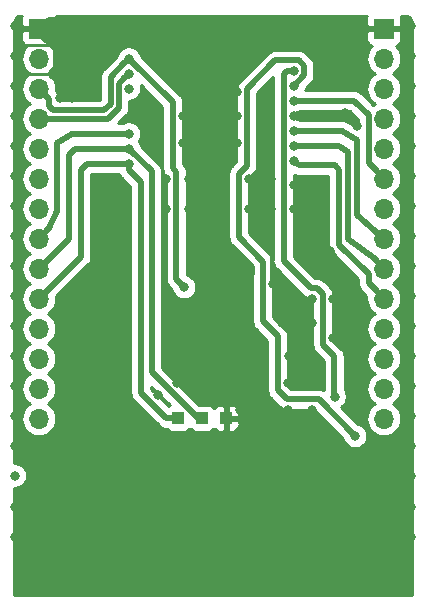
<source format=gbr>
G04 #@! TF.GenerationSoftware,KiCad,Pcbnew,(5.1.2)-1*
G04 #@! TF.CreationDate,2019-06-15T18:15:40+09:00*
G04 #@! TF.ProjectId,ESP32-breakout-SMD,45535033-322d-4627-9265-616b6f75742d,rev?*
G04 #@! TF.SameCoordinates,Original*
G04 #@! TF.FileFunction,Copper,L2,Bot*
G04 #@! TF.FilePolarity,Positive*
%FSLAX46Y46*%
G04 Gerber Fmt 4.6, Leading zero omitted, Abs format (unit mm)*
G04 Created by KiCad (PCBNEW (5.1.2)-1) date 2019-06-15 18:15:40*
%MOMM*%
%LPD*%
G04 APERTURE LIST*
%ADD10R,1.000000X1.000000*%
%ADD11O,1.700000X1.700000*%
%ADD12R,1.700000X1.700000*%
%ADD13C,0.800000*%
%ADD14C,2.200000*%
%ADD15C,1.000000*%
%ADD16C,0.250000*%
%ADD17C,0.500000*%
%ADD18C,0.254000*%
G04 APERTURE END LIST*
D10*
X165455600Y-128244600D03*
X161391600Y-128244600D03*
X163423600Y-128244600D03*
D11*
X149606000Y-128270000D03*
X149606000Y-125730000D03*
X149606000Y-123190000D03*
X149606000Y-120650000D03*
X149606000Y-118110000D03*
X149606000Y-115570000D03*
X149606000Y-113030000D03*
X149606000Y-110490000D03*
X149606000Y-107950000D03*
X149606000Y-105410000D03*
X149606000Y-102870000D03*
X149606000Y-100330000D03*
X149606000Y-97790000D03*
D12*
X149606000Y-95250000D03*
D11*
X178816000Y-128270000D03*
X178816000Y-125730000D03*
X178816000Y-123190000D03*
X178816000Y-120650000D03*
X178816000Y-118110000D03*
X178816000Y-115570000D03*
X178816000Y-113030000D03*
X178816000Y-110490000D03*
X178816000Y-107950000D03*
X178816000Y-105410000D03*
X178816000Y-102870000D03*
X178816000Y-100330000D03*
X178816000Y-97790000D03*
D12*
X178816000Y-95250000D03*
D13*
X147574000Y-133096000D03*
X166624000Y-125222000D03*
X164541200Y-125222000D03*
D14*
X164033200Y-122555000D03*
D13*
X168656000Y-131572000D03*
D14*
X164084000Y-102743000D03*
D13*
X166370000Y-100584000D03*
X166370000Y-102616000D03*
X164846000Y-107950000D03*
X166370000Y-104902000D03*
X164846000Y-110490000D03*
X153924000Y-94742000D03*
X167386000Y-107950000D03*
X162306000Y-107950000D03*
X159766000Y-95250000D03*
X167386000Y-95250000D03*
X169926000Y-95250000D03*
X162306000Y-110490000D03*
X159766000Y-97790000D03*
X162306000Y-97790000D03*
X164846000Y-97790000D03*
X167386000Y-97790000D03*
X174498000Y-115824000D03*
X174498000Y-118110000D03*
X171958000Y-113411000D03*
X171196000Y-108458000D03*
X174498000Y-121412000D03*
X159766000Y-102616000D03*
X159766000Y-105410000D03*
X160401000Y-107950000D03*
X160401000Y-110490000D03*
X181102000Y-94996000D03*
X147574000Y-94996000D03*
X181102000Y-97536000D03*
X147574000Y-97536000D03*
X181102000Y-100076000D03*
X147574000Y-100076000D03*
X181102000Y-102616000D03*
X147574000Y-102616000D03*
X181102000Y-105156000D03*
X147574000Y-105156000D03*
X181102000Y-107696000D03*
X147574000Y-107696000D03*
X181102000Y-110236000D03*
X147574000Y-110236000D03*
X181102000Y-112776000D03*
X147574000Y-112776000D03*
X181102000Y-115316000D03*
X147574000Y-115316000D03*
X181102000Y-117856000D03*
X147574000Y-117856000D03*
X181102000Y-120396000D03*
X147574000Y-120396000D03*
X181102000Y-122936000D03*
X147574000Y-122936000D03*
X181102000Y-125476000D03*
X147574000Y-125476000D03*
X181102000Y-128016000D03*
X147574000Y-128016000D03*
X181102000Y-130556000D03*
X147574000Y-130556000D03*
X181102000Y-135763000D03*
X147574000Y-135763000D03*
X147574000Y-138303000D03*
X173482000Y-142875000D03*
X176022000Y-142875000D03*
X178562000Y-142875000D03*
X150114000Y-142875000D03*
X152654000Y-142875000D03*
X160274000Y-142875000D03*
X162814000Y-142875000D03*
X165354000Y-142875000D03*
X172212000Y-95250000D03*
X174752000Y-95250000D03*
X177292000Y-95250000D03*
X157226000Y-95250000D03*
X157226000Y-95250000D03*
X150876000Y-99060000D03*
X181102000Y-133096000D03*
X176276000Y-127508000D03*
X152298400Y-127152400D03*
X170789600Y-132537200D03*
X166624000Y-129540000D03*
X166624000Y-127508000D03*
X170688000Y-129540000D03*
X172720000Y-127508000D03*
X168656000Y-129540000D03*
X166624000Y-127508000D03*
X170789600Y-134670800D03*
X168910000Y-133731000D03*
X165100000Y-95250000D03*
X162560000Y-95250000D03*
X155498800Y-128600200D03*
X151638000Y-100076000D03*
X153416000Y-99568000D03*
X152400000Y-101092000D03*
X151384000Y-101092000D03*
X150876000Y-96266000D03*
X154940000Y-114046000D03*
X168656000Y-127508000D03*
X170688000Y-127508000D03*
X168656000Y-125222000D03*
X172720000Y-125222000D03*
X164084000Y-104902000D03*
X164084000Y-100584000D03*
X161798000Y-102616000D03*
X161798000Y-104902000D03*
X161798000Y-100584000D03*
X155498800Y-131267200D03*
X181102000Y-138303000D03*
X172720000Y-129540000D03*
X169291000Y-110490000D03*
X169291000Y-107950000D03*
X168910000Y-104902000D03*
X168910000Y-102616000D03*
X168910000Y-100584000D03*
X170180000Y-120142000D03*
X176276000Y-125222000D03*
X169418000Y-116840000D03*
X167132000Y-118872000D03*
X172720000Y-118110000D03*
X161290000Y-125222000D03*
X154432000Y-122936000D03*
X152654000Y-140868400D03*
X152908000Y-130810000D03*
X162814000Y-140843000D03*
X176022000Y-140944600D03*
X176022000Y-138658600D03*
X176022000Y-123444000D03*
X168910000Y-106553000D03*
X154432000Y-120904000D03*
X153035000Y-124206000D03*
X155956000Y-112903000D03*
X174244000Y-114046000D03*
X175514000Y-102362000D03*
X176530000Y-103505000D03*
X171196000Y-102616000D03*
X164084000Y-106680000D03*
X167386000Y-110490000D03*
X156464000Y-119126000D03*
X167132000Y-115062000D03*
X171196000Y-110490000D03*
X166624000Y-122936000D03*
X168656000Y-122936000D03*
X166573200Y-121056400D03*
X170789600Y-122936000D03*
X170738800Y-125222000D03*
X172720000Y-120192800D03*
X172669200Y-122885200D03*
X161290000Y-122732800D03*
X164236400Y-119532400D03*
X152247600Y-129387600D03*
X154533600Y-124764800D03*
X153974800Y-126034800D03*
X162407600Y-121005600D03*
X164388800Y-114960400D03*
X150114000Y-140868400D03*
X160274000Y-140843000D03*
X165354000Y-140843000D03*
X178562000Y-140944600D03*
X173482000Y-140944600D03*
X150114000Y-138582400D03*
X178562000Y-138658600D03*
X152654000Y-138582400D03*
X157226000Y-132892800D03*
X158089600Y-139090400D03*
X154228800Y-135331200D03*
X157632400Y-128930400D03*
X157480000Y-130810000D03*
X157124400Y-126492000D03*
X173482000Y-138684000D03*
X171297600Y-139293600D03*
X170129200Y-130911600D03*
X153517600Y-132588000D03*
X157886400Y-134721600D03*
X148742400Y-134366000D03*
X178663600Y-131876800D03*
X148945600Y-139750800D03*
X179730400Y-139649200D03*
X167030400Y-132892800D03*
X166827200Y-131216400D03*
X159715200Y-126238000D03*
X172669200Y-132537200D03*
X167081200Y-135432800D03*
X167081200Y-137261600D03*
X169164000Y-137515600D03*
X169011600Y-135636000D03*
X158546800Y-141935200D03*
X159562800Y-130810000D03*
X159562800Y-132994400D03*
X157226000Y-97790000D03*
X161899600Y-117144800D03*
X157226000Y-106680000D03*
X157226000Y-105410000D03*
X157226000Y-104140000D03*
X157226000Y-100330000D03*
X157226000Y-99060000D03*
X171196000Y-98806000D03*
X174650400Y-126441200D03*
X171196000Y-100076000D03*
X176377600Y-129743200D03*
X171196000Y-101346000D03*
X171196000Y-103886000D03*
X171196000Y-105156000D03*
X171196000Y-106426000D03*
D15*
X151275999Y-98660001D02*
X150876000Y-99060000D01*
X151275999Y-96919999D02*
X151275999Y-98660001D01*
X149606000Y-95250000D02*
X151275999Y-96919999D01*
D16*
X148590000Y-99060000D02*
X147574000Y-100076000D01*
X150876000Y-99060000D02*
X148590000Y-99060000D01*
X150970999Y-96614999D02*
X151275999Y-96919999D01*
X148495001Y-96614999D02*
X150970999Y-96614999D01*
X147574000Y-97536000D02*
X148495001Y-96614999D01*
D15*
X150529197Y-94742000D02*
X150033182Y-95238015D01*
X153924000Y-94742000D02*
X150529197Y-94742000D01*
X150001974Y-95534058D02*
X150022968Y-95285170D01*
X149972572Y-95558886D02*
X150001974Y-95534058D01*
X153416000Y-99568000D02*
X153416000Y-99002315D01*
X153416000Y-99002315D02*
X149972572Y-95558886D01*
X153416000Y-99568000D02*
X153416000Y-98044000D01*
X153416000Y-98044000D02*
X150876000Y-95504000D01*
D16*
X169291000Y-116713000D02*
X169418000Y-116840000D01*
X169291000Y-110490000D02*
X169291000Y-116713000D01*
D17*
X157226000Y-97790000D02*
X157226000Y-97801998D01*
X156826001Y-98189999D02*
X157226000Y-97790000D01*
X155675989Y-99340011D02*
X156826001Y-98189999D01*
X150455999Y-101179999D02*
X150455999Y-101795997D01*
X149606000Y-100330000D02*
X150455999Y-101179999D01*
X150455999Y-101795997D02*
X150829992Y-102169990D01*
X155132010Y-102169990D02*
X155675989Y-101626011D01*
X150829992Y-102169990D02*
X155132010Y-102169990D01*
X155675989Y-101626011D02*
X155675989Y-99340011D01*
X157226000Y-97790000D02*
X160947999Y-101511999D01*
X160947999Y-101511999D02*
X160947999Y-107099999D01*
X160947999Y-107099999D02*
X161251001Y-107403001D01*
X161251001Y-116496201D02*
X161251001Y-107403001D01*
X161899600Y-117144800D02*
X161251001Y-116496201D01*
X153162000Y-114554000D02*
X149606000Y-118110000D01*
X153162000Y-107188000D02*
X153162000Y-114554000D01*
X157226000Y-106680000D02*
X153670000Y-106680000D01*
X153670000Y-106680000D02*
X153162000Y-107188000D01*
X160391600Y-128244600D02*
X161391600Y-128244600D01*
X158242000Y-126095000D02*
X160391600Y-128244600D01*
X158242000Y-108261685D02*
X158242000Y-126095000D01*
X157226000Y-107245685D02*
X158242000Y-108261685D01*
X157226000Y-106680000D02*
X157226000Y-107245685D01*
X152146000Y-113030000D02*
X149606000Y-115570000D01*
X152146000Y-105918000D02*
X152146000Y-113030000D01*
X157226000Y-105410000D02*
X152654000Y-105410000D01*
X152654000Y-105410000D02*
X152146000Y-105918000D01*
X159158001Y-107353999D02*
X159158001Y-124371999D01*
X157226000Y-105421998D02*
X159158001Y-107353999D01*
X157226000Y-105410000D02*
X157226000Y-105421998D01*
X163054598Y-128244600D02*
X163423600Y-128244600D01*
X159181997Y-124371999D02*
X163054598Y-128244600D01*
X159158001Y-124371999D02*
X159181997Y-124371999D01*
X150455999Y-112180001D02*
X149606000Y-113030000D01*
X151130000Y-110720910D02*
X150455999Y-112180001D01*
X151130000Y-104902000D02*
X151130000Y-110720910D01*
X157226000Y-104140000D02*
X152400000Y-104140000D01*
X152400000Y-104140000D02*
X151130000Y-104902000D01*
X156826001Y-99459999D02*
X157226000Y-99060000D01*
X156375999Y-99910001D02*
X156826001Y-99459999D01*
X156375999Y-101942001D02*
X156375999Y-99910001D01*
X155448000Y-102870000D02*
X156375999Y-101942001D01*
X149606000Y-102870000D02*
X155448000Y-102870000D01*
X174608481Y-126399281D02*
X174650400Y-126441200D01*
X174608481Y-123004479D02*
X174608481Y-126399281D01*
X173647999Y-122043997D02*
X174608481Y-123004479D01*
X173647999Y-117767999D02*
X173647999Y-122043997D01*
X170630315Y-98806000D02*
X170345999Y-99090316D01*
X171196000Y-98806000D02*
X170630315Y-98806000D01*
X170345999Y-99090316D02*
X170345999Y-114973999D01*
X172631999Y-117259999D02*
X173139999Y-117259999D01*
X170345999Y-114973999D02*
X172631999Y-117259999D01*
X173139999Y-117259999D02*
X173647999Y-117767999D01*
X169633001Y-97955999D02*
X167220001Y-100368999D01*
X171604001Y-97955999D02*
X169633001Y-97955999D01*
X168567999Y-116177999D02*
X168567999Y-120053999D01*
X170599999Y-126657999D02*
X171096001Y-126657999D01*
X172046001Y-98397999D02*
X171604001Y-97955999D01*
X172046001Y-99225999D02*
X172046001Y-98397999D01*
X171196000Y-100076000D02*
X172046001Y-99225999D01*
X168582001Y-114977999D02*
X168582001Y-116163997D01*
X167220001Y-106857997D02*
X166535999Y-107541999D01*
X169837999Y-121323999D02*
X169837999Y-125895999D01*
X166535999Y-107541999D02*
X166535999Y-112931997D01*
X166535999Y-112931997D02*
X168582001Y-114977999D01*
X168582001Y-116163997D02*
X168567999Y-116177999D01*
X168567999Y-120053999D02*
X169837999Y-121323999D01*
X167220001Y-100368999D02*
X167220001Y-106857997D01*
X169837999Y-125895999D02*
X170599999Y-126657999D01*
X171096001Y-126657999D02*
X173292399Y-126657999D01*
X173292399Y-126657999D02*
X176377600Y-129743200D01*
X177966001Y-107100001D02*
X178816000Y-107950000D01*
X177515999Y-106649999D02*
X177966001Y-107100001D01*
X177515999Y-102585999D02*
X177515999Y-106649999D01*
X176276000Y-101346000D02*
X177515999Y-102585999D01*
X171196000Y-101346000D02*
X176276000Y-101346000D01*
X176530000Y-110998000D02*
X178816000Y-113030000D01*
X176530000Y-104648000D02*
X176530000Y-110998000D01*
X171196000Y-103886000D02*
X175260000Y-103886000D01*
X175260000Y-103886000D02*
X176530000Y-104648000D01*
X177966001Y-114720001D02*
X178816000Y-115570000D01*
X175768000Y-113030000D02*
X177966001Y-114720001D01*
X175768000Y-105664000D02*
X175768000Y-113030000D01*
X171196000Y-105156000D02*
X175006000Y-105156000D01*
X175006000Y-105156000D02*
X175768000Y-105664000D01*
X177966001Y-117260001D02*
X178816000Y-118110000D01*
X177515999Y-116809999D02*
X177966001Y-117260001D01*
X171196000Y-106426000D02*
X171595999Y-106825999D01*
X171595999Y-106825999D02*
X174643999Y-106825999D01*
X174643999Y-106825999D02*
X175006000Y-107188000D01*
X175006000Y-107188000D02*
X175006000Y-113549998D01*
X175006000Y-113549998D02*
X177515999Y-116059997D01*
X177515999Y-116059997D02*
X177515999Y-116809999D01*
D18*
G36*
X148130188Y-94275518D02*
G01*
X148117928Y-94400000D01*
X148121000Y-94964250D01*
X148279750Y-95123000D01*
X149479000Y-95123000D01*
X149479000Y-95103000D01*
X149733000Y-95103000D01*
X149733000Y-95123000D01*
X150932250Y-95123000D01*
X151091000Y-94964250D01*
X151094072Y-94400000D01*
X151081812Y-94275518D01*
X151045860Y-94157000D01*
X177376140Y-94157000D01*
X177340188Y-94275518D01*
X177327928Y-94400000D01*
X177331000Y-94964250D01*
X177489750Y-95123000D01*
X178689000Y-95123000D01*
X178689000Y-95103000D01*
X178943000Y-95103000D01*
X178943000Y-95123000D01*
X180142250Y-95123000D01*
X180301000Y-94964250D01*
X180304072Y-94400000D01*
X180291812Y-94275518D01*
X180255860Y-94157000D01*
X180560496Y-94157000D01*
X180706992Y-94171364D01*
X180815670Y-94204176D01*
X180915918Y-94257479D01*
X181003897Y-94329232D01*
X181076263Y-94416707D01*
X181130263Y-94516579D01*
X181163833Y-94625027D01*
X181179000Y-94769331D01*
X181179001Y-143206000D01*
X147497000Y-143206000D01*
X147497000Y-134131000D01*
X147675939Y-134131000D01*
X147875898Y-134091226D01*
X148064256Y-134013205D01*
X148233774Y-133899937D01*
X148377937Y-133755774D01*
X148491205Y-133586256D01*
X148569226Y-133397898D01*
X148609000Y-133197939D01*
X148609000Y-132994061D01*
X148569226Y-132794102D01*
X148491205Y-132605744D01*
X148377937Y-132436226D01*
X148233774Y-132292063D01*
X148064256Y-132178795D01*
X147875898Y-132100774D01*
X147675939Y-132061000D01*
X147497000Y-132061000D01*
X147497000Y-97790000D01*
X148113815Y-97790000D01*
X148142487Y-98081111D01*
X148227401Y-98361034D01*
X148365294Y-98619014D01*
X148550866Y-98845134D01*
X148776986Y-99030706D01*
X148831791Y-99060000D01*
X148776986Y-99089294D01*
X148550866Y-99274866D01*
X148365294Y-99500986D01*
X148227401Y-99758966D01*
X148142487Y-100038889D01*
X148113815Y-100330000D01*
X148142487Y-100621111D01*
X148227401Y-100901034D01*
X148365294Y-101159014D01*
X148550866Y-101385134D01*
X148776986Y-101570706D01*
X148831791Y-101600000D01*
X148776986Y-101629294D01*
X148550866Y-101814866D01*
X148365294Y-102040986D01*
X148227401Y-102298966D01*
X148142487Y-102578889D01*
X148113815Y-102870000D01*
X148142487Y-103161111D01*
X148227401Y-103441034D01*
X148365294Y-103699014D01*
X148550866Y-103925134D01*
X148776986Y-104110706D01*
X148831791Y-104140000D01*
X148776986Y-104169294D01*
X148550866Y-104354866D01*
X148365294Y-104580986D01*
X148227401Y-104838966D01*
X148142487Y-105118889D01*
X148113815Y-105410000D01*
X148142487Y-105701111D01*
X148227401Y-105981034D01*
X148365294Y-106239014D01*
X148550866Y-106465134D01*
X148776986Y-106650706D01*
X148831791Y-106680000D01*
X148776986Y-106709294D01*
X148550866Y-106894866D01*
X148365294Y-107120986D01*
X148227401Y-107378966D01*
X148142487Y-107658889D01*
X148113815Y-107950000D01*
X148142487Y-108241111D01*
X148227401Y-108521034D01*
X148365294Y-108779014D01*
X148550866Y-109005134D01*
X148776986Y-109190706D01*
X148831791Y-109220000D01*
X148776986Y-109249294D01*
X148550866Y-109434866D01*
X148365294Y-109660986D01*
X148227401Y-109918966D01*
X148142487Y-110198889D01*
X148113815Y-110490000D01*
X148142487Y-110781111D01*
X148227401Y-111061034D01*
X148365294Y-111319014D01*
X148550866Y-111545134D01*
X148776986Y-111730706D01*
X148831791Y-111760000D01*
X148776986Y-111789294D01*
X148550866Y-111974866D01*
X148365294Y-112200986D01*
X148227401Y-112458966D01*
X148142487Y-112738889D01*
X148113815Y-113030000D01*
X148142487Y-113321111D01*
X148227401Y-113601034D01*
X148365294Y-113859014D01*
X148550866Y-114085134D01*
X148776986Y-114270706D01*
X148831791Y-114300000D01*
X148776986Y-114329294D01*
X148550866Y-114514866D01*
X148365294Y-114740986D01*
X148227401Y-114998966D01*
X148142487Y-115278889D01*
X148113815Y-115570000D01*
X148142487Y-115861111D01*
X148227401Y-116141034D01*
X148365294Y-116399014D01*
X148550866Y-116625134D01*
X148776986Y-116810706D01*
X148831791Y-116840000D01*
X148776986Y-116869294D01*
X148550866Y-117054866D01*
X148365294Y-117280986D01*
X148227401Y-117538966D01*
X148142487Y-117818889D01*
X148113815Y-118110000D01*
X148142487Y-118401111D01*
X148227401Y-118681034D01*
X148365294Y-118939014D01*
X148550866Y-119165134D01*
X148776986Y-119350706D01*
X148831791Y-119380000D01*
X148776986Y-119409294D01*
X148550866Y-119594866D01*
X148365294Y-119820986D01*
X148227401Y-120078966D01*
X148142487Y-120358889D01*
X148113815Y-120650000D01*
X148142487Y-120941111D01*
X148227401Y-121221034D01*
X148365294Y-121479014D01*
X148550866Y-121705134D01*
X148776986Y-121890706D01*
X148831791Y-121920000D01*
X148776986Y-121949294D01*
X148550866Y-122134866D01*
X148365294Y-122360986D01*
X148227401Y-122618966D01*
X148142487Y-122898889D01*
X148113815Y-123190000D01*
X148142487Y-123481111D01*
X148227401Y-123761034D01*
X148365294Y-124019014D01*
X148550866Y-124245134D01*
X148776986Y-124430706D01*
X148831791Y-124460000D01*
X148776986Y-124489294D01*
X148550866Y-124674866D01*
X148365294Y-124900986D01*
X148227401Y-125158966D01*
X148142487Y-125438889D01*
X148113815Y-125730000D01*
X148142487Y-126021111D01*
X148227401Y-126301034D01*
X148365294Y-126559014D01*
X148550866Y-126785134D01*
X148776986Y-126970706D01*
X148831791Y-127000000D01*
X148776986Y-127029294D01*
X148550866Y-127214866D01*
X148365294Y-127440986D01*
X148227401Y-127698966D01*
X148142487Y-127978889D01*
X148113815Y-128270000D01*
X148142487Y-128561111D01*
X148227401Y-128841034D01*
X148365294Y-129099014D01*
X148550866Y-129325134D01*
X148776986Y-129510706D01*
X149034966Y-129648599D01*
X149314889Y-129733513D01*
X149533050Y-129755000D01*
X149678950Y-129755000D01*
X149897111Y-129733513D01*
X150177034Y-129648599D01*
X150435014Y-129510706D01*
X150661134Y-129325134D01*
X150846706Y-129099014D01*
X150984599Y-128841034D01*
X151069513Y-128561111D01*
X151098185Y-128270000D01*
X151069513Y-127978889D01*
X150984599Y-127698966D01*
X150846706Y-127440986D01*
X150661134Y-127214866D01*
X150435014Y-127029294D01*
X150380209Y-127000000D01*
X150435014Y-126970706D01*
X150661134Y-126785134D01*
X150846706Y-126559014D01*
X150984599Y-126301034D01*
X151069513Y-126021111D01*
X151098185Y-125730000D01*
X151069513Y-125438889D01*
X150984599Y-125158966D01*
X150846706Y-124900986D01*
X150661134Y-124674866D01*
X150435014Y-124489294D01*
X150380209Y-124460000D01*
X150435014Y-124430706D01*
X150661134Y-124245134D01*
X150846706Y-124019014D01*
X150984599Y-123761034D01*
X151069513Y-123481111D01*
X151098185Y-123190000D01*
X151069513Y-122898889D01*
X150984599Y-122618966D01*
X150846706Y-122360986D01*
X150661134Y-122134866D01*
X150435014Y-121949294D01*
X150380209Y-121920000D01*
X150435014Y-121890706D01*
X150661134Y-121705134D01*
X150846706Y-121479014D01*
X150984599Y-121221034D01*
X151069513Y-120941111D01*
X151098185Y-120650000D01*
X151069513Y-120358889D01*
X150984599Y-120078966D01*
X150846706Y-119820986D01*
X150661134Y-119594866D01*
X150435014Y-119409294D01*
X150380209Y-119380000D01*
X150435014Y-119350706D01*
X150661134Y-119165134D01*
X150846706Y-118939014D01*
X150984599Y-118681034D01*
X151069513Y-118401111D01*
X151098185Y-118110000D01*
X151076612Y-117890966D01*
X153757049Y-115210530D01*
X153790817Y-115182817D01*
X153819811Y-115147489D01*
X153901410Y-115048060D01*
X153901411Y-115048059D01*
X153983589Y-114894313D01*
X154034195Y-114727490D01*
X154047000Y-114597477D01*
X154047000Y-114597467D01*
X154051281Y-114554001D01*
X154047000Y-114510535D01*
X154047000Y-107565000D01*
X156398041Y-107565000D01*
X156404411Y-107585998D01*
X156480749Y-107728816D01*
X156486590Y-107739744D01*
X156569468Y-107840731D01*
X156569471Y-107840734D01*
X156597184Y-107874502D01*
X156630951Y-107902214D01*
X157357000Y-108628264D01*
X157357001Y-126051521D01*
X157352719Y-126095000D01*
X157369805Y-126268490D01*
X157420412Y-126435313D01*
X157502590Y-126589059D01*
X157585468Y-126690046D01*
X157585471Y-126690049D01*
X157613184Y-126723817D01*
X157646951Y-126751529D01*
X159735070Y-128839649D01*
X159762783Y-128873417D01*
X159796551Y-128901130D01*
X159796553Y-128901132D01*
X159843016Y-128939263D01*
X159897541Y-128984011D01*
X160051287Y-129066189D01*
X160218110Y-129116795D01*
X160348123Y-129129600D01*
X160348133Y-129129600D01*
X160389437Y-129133668D01*
X160440415Y-129195785D01*
X160537106Y-129275137D01*
X160647420Y-129334102D01*
X160767118Y-129370412D01*
X160891600Y-129382672D01*
X161891600Y-129382672D01*
X162016082Y-129370412D01*
X162135780Y-129334102D01*
X162246094Y-129275137D01*
X162342785Y-129195785D01*
X162407600Y-129116807D01*
X162472415Y-129195785D01*
X162569106Y-129275137D01*
X162679420Y-129334102D01*
X162799118Y-129370412D01*
X162923600Y-129382672D01*
X163923600Y-129382672D01*
X164048082Y-129370412D01*
X164167780Y-129334102D01*
X164278094Y-129275137D01*
X164374785Y-129195785D01*
X164439600Y-129116807D01*
X164504415Y-129195785D01*
X164601106Y-129275137D01*
X164711420Y-129334102D01*
X164831118Y-129370412D01*
X164955600Y-129382672D01*
X165169850Y-129379600D01*
X165328600Y-129220850D01*
X165328600Y-128371600D01*
X165582600Y-128371600D01*
X165582600Y-129220850D01*
X165741350Y-129379600D01*
X165955600Y-129382672D01*
X166080082Y-129370412D01*
X166199780Y-129334102D01*
X166310094Y-129275137D01*
X166406785Y-129195785D01*
X166486137Y-129099094D01*
X166545102Y-128988780D01*
X166581412Y-128869082D01*
X166593672Y-128744600D01*
X166590600Y-128530350D01*
X166431850Y-128371600D01*
X165582600Y-128371600D01*
X165328600Y-128371600D01*
X165308600Y-128371600D01*
X165308600Y-128117600D01*
X165328600Y-128117600D01*
X165328600Y-127268350D01*
X165582600Y-127268350D01*
X165582600Y-128117600D01*
X166431850Y-128117600D01*
X166590600Y-127958850D01*
X166593672Y-127744600D01*
X166581412Y-127620118D01*
X166545102Y-127500420D01*
X166486137Y-127390106D01*
X166406785Y-127293415D01*
X166310094Y-127214063D01*
X166199780Y-127155098D01*
X166080082Y-127118788D01*
X165955600Y-127106528D01*
X165741350Y-127109600D01*
X165582600Y-127268350D01*
X165328600Y-127268350D01*
X165169850Y-127109600D01*
X164955600Y-127106528D01*
X164831118Y-127118788D01*
X164711420Y-127155098D01*
X164601106Y-127214063D01*
X164504415Y-127293415D01*
X164439600Y-127372393D01*
X164374785Y-127293415D01*
X164278094Y-127214063D01*
X164167780Y-127155098D01*
X164048082Y-127118788D01*
X163923600Y-127106528D01*
X163168105Y-127106528D01*
X160043001Y-123981425D01*
X160043001Y-107397465D01*
X160047282Y-107353998D01*
X160043001Y-107310532D01*
X160043001Y-107310522D01*
X160030196Y-107180509D01*
X159979590Y-107013686D01*
X159897412Y-106859940D01*
X159854749Y-106807955D01*
X159814533Y-106758952D01*
X159814531Y-106758950D01*
X159786818Y-106725182D01*
X159753051Y-106697470D01*
X158235514Y-105179934D01*
X158221226Y-105108102D01*
X158143205Y-104919744D01*
X158046490Y-104775000D01*
X158143205Y-104630256D01*
X158221226Y-104441898D01*
X158261000Y-104241939D01*
X158261000Y-104038061D01*
X158221226Y-103838102D01*
X158143205Y-103649744D01*
X158029937Y-103480226D01*
X157885774Y-103336063D01*
X157716256Y-103222795D01*
X157527898Y-103144774D01*
X157327939Y-103105000D01*
X157124061Y-103105000D01*
X156924102Y-103144774D01*
X156735744Y-103222795D01*
X156687546Y-103255000D01*
X156314578Y-103255000D01*
X156971049Y-102598530D01*
X157004816Y-102570818D01*
X157033877Y-102535408D01*
X157115410Y-102436060D01*
X157188687Y-102298966D01*
X157197588Y-102282314D01*
X157248194Y-102115491D01*
X157260999Y-101985478D01*
X157260999Y-101985470D01*
X157265280Y-101942001D01*
X157260999Y-101898532D01*
X157260999Y-101365000D01*
X157327939Y-101365000D01*
X157527898Y-101325226D01*
X157716256Y-101247205D01*
X157885774Y-101133937D01*
X158029937Y-100989774D01*
X158143205Y-100820256D01*
X158221226Y-100631898D01*
X158261000Y-100431939D01*
X158261000Y-100228061D01*
X158223387Y-100038965D01*
X160062999Y-101878578D01*
X160063000Y-107056520D01*
X160058718Y-107099999D01*
X160075804Y-107273489D01*
X160126411Y-107440312D01*
X160208589Y-107594058D01*
X160291467Y-107695045D01*
X160291469Y-107695047D01*
X160319183Y-107728816D01*
X160352951Y-107756529D01*
X160366002Y-107769580D01*
X160366001Y-116452732D01*
X160361720Y-116496201D01*
X160366001Y-116539670D01*
X160366001Y-116539677D01*
X160378806Y-116669690D01*
X160429412Y-116836513D01*
X160511590Y-116990259D01*
X160622184Y-117125018D01*
X160655957Y-117152735D01*
X160893065Y-117389843D01*
X160904374Y-117446698D01*
X160982395Y-117635056D01*
X161095663Y-117804574D01*
X161239826Y-117948737D01*
X161409344Y-118062005D01*
X161597702Y-118140026D01*
X161797661Y-118179800D01*
X162001539Y-118179800D01*
X162201498Y-118140026D01*
X162389856Y-118062005D01*
X162559374Y-117948737D01*
X162703537Y-117804574D01*
X162816805Y-117635056D01*
X162894826Y-117446698D01*
X162934600Y-117246739D01*
X162934600Y-117042861D01*
X162894826Y-116842902D01*
X162816805Y-116654544D01*
X162703537Y-116485026D01*
X162559374Y-116340863D01*
X162389856Y-116227595D01*
X162201498Y-116149574D01*
X162144643Y-116138265D01*
X162136001Y-116129623D01*
X162136001Y-107541999D01*
X165646718Y-107541999D01*
X165650999Y-107585468D01*
X165651000Y-112888518D01*
X165646718Y-112931997D01*
X165663804Y-113105487D01*
X165714411Y-113272310D01*
X165796589Y-113426056D01*
X165879467Y-113527043D01*
X165879470Y-113527046D01*
X165907183Y-113560814D01*
X165940950Y-113588526D01*
X167697001Y-115344578D01*
X167697002Y-116000561D01*
X167695804Y-116004510D01*
X167682999Y-116134523D01*
X167682999Y-116134530D01*
X167678718Y-116177999D01*
X167682999Y-116221468D01*
X167683000Y-120010520D01*
X167678718Y-120053999D01*
X167695804Y-120227489D01*
X167746411Y-120394312D01*
X167828589Y-120548058D01*
X167911467Y-120649045D01*
X167911470Y-120649048D01*
X167939183Y-120682816D01*
X167972950Y-120710528D01*
X168952999Y-121690578D01*
X168953000Y-125852520D01*
X168948718Y-125895999D01*
X168965804Y-126069489D01*
X169016411Y-126236312D01*
X169098589Y-126390058D01*
X169181467Y-126491045D01*
X169181470Y-126491048D01*
X169209183Y-126524816D01*
X169242950Y-126552528D01*
X169943469Y-127253048D01*
X169971182Y-127286816D01*
X170004950Y-127314529D01*
X170004952Y-127314531D01*
X170097040Y-127390106D01*
X170105940Y-127397410D01*
X170259686Y-127479588D01*
X170426509Y-127530194D01*
X170556522Y-127542999D01*
X170556530Y-127542999D01*
X170599999Y-127547280D01*
X170643468Y-127542999D01*
X172925821Y-127542999D01*
X175371065Y-129988244D01*
X175382374Y-130045098D01*
X175460395Y-130233456D01*
X175573663Y-130402974D01*
X175717826Y-130547137D01*
X175887344Y-130660405D01*
X176075702Y-130738426D01*
X176275661Y-130778200D01*
X176479539Y-130778200D01*
X176679498Y-130738426D01*
X176867856Y-130660405D01*
X177037374Y-130547137D01*
X177181537Y-130402974D01*
X177294805Y-130233456D01*
X177372826Y-130045098D01*
X177412600Y-129845139D01*
X177412600Y-129641261D01*
X177372826Y-129441302D01*
X177294805Y-129252944D01*
X177181537Y-129083426D01*
X177037374Y-128939263D01*
X176867856Y-128825995D01*
X176679498Y-128747974D01*
X176622644Y-128736665D01*
X175202836Y-127316858D01*
X175310174Y-127245137D01*
X175454337Y-127100974D01*
X175567605Y-126931456D01*
X175645626Y-126743098D01*
X175685400Y-126543139D01*
X175685400Y-126339261D01*
X175645626Y-126139302D01*
X175567605Y-125950944D01*
X175493481Y-125840009D01*
X175493481Y-123047948D01*
X175497762Y-123004479D01*
X175493481Y-122961010D01*
X175493481Y-122961002D01*
X175480676Y-122830989D01*
X175466242Y-122783408D01*
X175430070Y-122664165D01*
X175347892Y-122510420D01*
X175265013Y-122409432D01*
X175265011Y-122409430D01*
X175237298Y-122375662D01*
X175203531Y-122347950D01*
X174532999Y-121677419D01*
X174532999Y-117811464D01*
X174537280Y-117767998D01*
X174532999Y-117724532D01*
X174532999Y-117724522D01*
X174520194Y-117594509D01*
X174469588Y-117427686D01*
X174387410Y-117273940D01*
X174276816Y-117139182D01*
X174243044Y-117111466D01*
X173796533Y-116664955D01*
X173768816Y-116631182D01*
X173634058Y-116520588D01*
X173480312Y-116438410D01*
X173313489Y-116387804D01*
X173183476Y-116374999D01*
X173183468Y-116374999D01*
X173139999Y-116370718D01*
X173096530Y-116374999D01*
X172998578Y-116374999D01*
X171230999Y-114607421D01*
X171230999Y-107634393D01*
X171255686Y-107647588D01*
X171422509Y-107698194D01*
X171552522Y-107710999D01*
X171552532Y-107710999D01*
X171595998Y-107715280D01*
X171639465Y-107710999D01*
X174121000Y-107710999D01*
X174121001Y-113506519D01*
X174116719Y-113549998D01*
X174133805Y-113723488D01*
X174184412Y-113890311D01*
X174266590Y-114044057D01*
X174349468Y-114145044D01*
X174349471Y-114145047D01*
X174377184Y-114178815D01*
X174410951Y-114206527D01*
X176630999Y-116426576D01*
X176630999Y-116766530D01*
X176626718Y-116809999D01*
X176630999Y-116853468D01*
X176630999Y-116853476D01*
X176643804Y-116983489D01*
X176694411Y-117150312D01*
X176776589Y-117304058D01*
X176859467Y-117405045D01*
X176859470Y-117405048D01*
X176887183Y-117438816D01*
X176920951Y-117466529D01*
X177345388Y-117890966D01*
X177323815Y-118110000D01*
X177352487Y-118401111D01*
X177437401Y-118681034D01*
X177575294Y-118939014D01*
X177760866Y-119165134D01*
X177986986Y-119350706D01*
X178041791Y-119380000D01*
X177986986Y-119409294D01*
X177760866Y-119594866D01*
X177575294Y-119820986D01*
X177437401Y-120078966D01*
X177352487Y-120358889D01*
X177323815Y-120650000D01*
X177352487Y-120941111D01*
X177437401Y-121221034D01*
X177575294Y-121479014D01*
X177760866Y-121705134D01*
X177986986Y-121890706D01*
X178041791Y-121920000D01*
X177986986Y-121949294D01*
X177760866Y-122134866D01*
X177575294Y-122360986D01*
X177437401Y-122618966D01*
X177352487Y-122898889D01*
X177323815Y-123190000D01*
X177352487Y-123481111D01*
X177437401Y-123761034D01*
X177575294Y-124019014D01*
X177760866Y-124245134D01*
X177986986Y-124430706D01*
X178041791Y-124460000D01*
X177986986Y-124489294D01*
X177760866Y-124674866D01*
X177575294Y-124900986D01*
X177437401Y-125158966D01*
X177352487Y-125438889D01*
X177323815Y-125730000D01*
X177352487Y-126021111D01*
X177437401Y-126301034D01*
X177575294Y-126559014D01*
X177760866Y-126785134D01*
X177986986Y-126970706D01*
X178041791Y-127000000D01*
X177986986Y-127029294D01*
X177760866Y-127214866D01*
X177575294Y-127440986D01*
X177437401Y-127698966D01*
X177352487Y-127978889D01*
X177323815Y-128270000D01*
X177352487Y-128561111D01*
X177437401Y-128841034D01*
X177575294Y-129099014D01*
X177760866Y-129325134D01*
X177986986Y-129510706D01*
X178244966Y-129648599D01*
X178524889Y-129733513D01*
X178743050Y-129755000D01*
X178888950Y-129755000D01*
X179107111Y-129733513D01*
X179387034Y-129648599D01*
X179645014Y-129510706D01*
X179871134Y-129325134D01*
X180056706Y-129099014D01*
X180194599Y-128841034D01*
X180279513Y-128561111D01*
X180308185Y-128270000D01*
X180279513Y-127978889D01*
X180194599Y-127698966D01*
X180056706Y-127440986D01*
X179871134Y-127214866D01*
X179645014Y-127029294D01*
X179590209Y-127000000D01*
X179645014Y-126970706D01*
X179871134Y-126785134D01*
X180056706Y-126559014D01*
X180194599Y-126301034D01*
X180279513Y-126021111D01*
X180308185Y-125730000D01*
X180279513Y-125438889D01*
X180194599Y-125158966D01*
X180056706Y-124900986D01*
X179871134Y-124674866D01*
X179645014Y-124489294D01*
X179590209Y-124460000D01*
X179645014Y-124430706D01*
X179871134Y-124245134D01*
X180056706Y-124019014D01*
X180194599Y-123761034D01*
X180279513Y-123481111D01*
X180308185Y-123190000D01*
X180279513Y-122898889D01*
X180194599Y-122618966D01*
X180056706Y-122360986D01*
X179871134Y-122134866D01*
X179645014Y-121949294D01*
X179590209Y-121920000D01*
X179645014Y-121890706D01*
X179871134Y-121705134D01*
X180056706Y-121479014D01*
X180194599Y-121221034D01*
X180279513Y-120941111D01*
X180308185Y-120650000D01*
X180279513Y-120358889D01*
X180194599Y-120078966D01*
X180056706Y-119820986D01*
X179871134Y-119594866D01*
X179645014Y-119409294D01*
X179590209Y-119380000D01*
X179645014Y-119350706D01*
X179871134Y-119165134D01*
X180056706Y-118939014D01*
X180194599Y-118681034D01*
X180279513Y-118401111D01*
X180308185Y-118110000D01*
X180279513Y-117818889D01*
X180194599Y-117538966D01*
X180056706Y-117280986D01*
X179871134Y-117054866D01*
X179645014Y-116869294D01*
X179590209Y-116840000D01*
X179645014Y-116810706D01*
X179871134Y-116625134D01*
X180056706Y-116399014D01*
X180194599Y-116141034D01*
X180279513Y-115861111D01*
X180308185Y-115570000D01*
X180279513Y-115278889D01*
X180194599Y-114998966D01*
X180056706Y-114740986D01*
X179871134Y-114514866D01*
X179645014Y-114329294D01*
X179590209Y-114300000D01*
X179645014Y-114270706D01*
X179871134Y-114085134D01*
X180056706Y-113859014D01*
X180194599Y-113601034D01*
X180279513Y-113321111D01*
X180308185Y-113030000D01*
X180279513Y-112738889D01*
X180194599Y-112458966D01*
X180056706Y-112200986D01*
X179871134Y-111974866D01*
X179645014Y-111789294D01*
X179590209Y-111760000D01*
X179645014Y-111730706D01*
X179871134Y-111545134D01*
X180056706Y-111319014D01*
X180194599Y-111061034D01*
X180279513Y-110781111D01*
X180308185Y-110490000D01*
X180279513Y-110198889D01*
X180194599Y-109918966D01*
X180056706Y-109660986D01*
X179871134Y-109434866D01*
X179645014Y-109249294D01*
X179590209Y-109220000D01*
X179645014Y-109190706D01*
X179871134Y-109005134D01*
X180056706Y-108779014D01*
X180194599Y-108521034D01*
X180279513Y-108241111D01*
X180308185Y-107950000D01*
X180279513Y-107658889D01*
X180194599Y-107378966D01*
X180056706Y-107120986D01*
X179871134Y-106894866D01*
X179645014Y-106709294D01*
X179590209Y-106680000D01*
X179645014Y-106650706D01*
X179871134Y-106465134D01*
X180056706Y-106239014D01*
X180194599Y-105981034D01*
X180279513Y-105701111D01*
X180308185Y-105410000D01*
X180279513Y-105118889D01*
X180194599Y-104838966D01*
X180056706Y-104580986D01*
X179871134Y-104354866D01*
X179645014Y-104169294D01*
X179590209Y-104140000D01*
X179645014Y-104110706D01*
X179871134Y-103925134D01*
X180056706Y-103699014D01*
X180194599Y-103441034D01*
X180279513Y-103161111D01*
X180308185Y-102870000D01*
X180279513Y-102578889D01*
X180194599Y-102298966D01*
X180056706Y-102040986D01*
X179871134Y-101814866D01*
X179645014Y-101629294D01*
X179590209Y-101600000D01*
X179645014Y-101570706D01*
X179871134Y-101385134D01*
X180056706Y-101159014D01*
X180194599Y-100901034D01*
X180279513Y-100621111D01*
X180308185Y-100330000D01*
X180279513Y-100038889D01*
X180194599Y-99758966D01*
X180056706Y-99500986D01*
X179871134Y-99274866D01*
X179645014Y-99089294D01*
X179590209Y-99060000D01*
X179645014Y-99030706D01*
X179871134Y-98845134D01*
X180056706Y-98619014D01*
X180194599Y-98361034D01*
X180279513Y-98081111D01*
X180308185Y-97790000D01*
X180279513Y-97498889D01*
X180194599Y-97218966D01*
X180056706Y-96960986D01*
X179871134Y-96734866D01*
X179841313Y-96710393D01*
X179910180Y-96689502D01*
X180020494Y-96630537D01*
X180117185Y-96551185D01*
X180196537Y-96454494D01*
X180255502Y-96344180D01*
X180291812Y-96224482D01*
X180304072Y-96100000D01*
X180301000Y-95535750D01*
X180142250Y-95377000D01*
X178943000Y-95377000D01*
X178943000Y-95397000D01*
X178689000Y-95397000D01*
X178689000Y-95377000D01*
X177489750Y-95377000D01*
X177331000Y-95535750D01*
X177327928Y-96100000D01*
X177340188Y-96224482D01*
X177376498Y-96344180D01*
X177435463Y-96454494D01*
X177514815Y-96551185D01*
X177611506Y-96630537D01*
X177721820Y-96689502D01*
X177790687Y-96710393D01*
X177760866Y-96734866D01*
X177575294Y-96960986D01*
X177437401Y-97218966D01*
X177352487Y-97498889D01*
X177323815Y-97790000D01*
X177352487Y-98081111D01*
X177437401Y-98361034D01*
X177575294Y-98619014D01*
X177760866Y-98845134D01*
X177986986Y-99030706D01*
X178041791Y-99060000D01*
X177986986Y-99089294D01*
X177760866Y-99274866D01*
X177575294Y-99500986D01*
X177437401Y-99758966D01*
X177352487Y-100038889D01*
X177323815Y-100330000D01*
X177352487Y-100621111D01*
X177437401Y-100901034D01*
X177575294Y-101159014D01*
X177760866Y-101385134D01*
X177986986Y-101570706D01*
X178041791Y-101600000D01*
X177986986Y-101629294D01*
X177890257Y-101708678D01*
X176932534Y-100750956D01*
X176904817Y-100717183D01*
X176770059Y-100606589D01*
X176616313Y-100524411D01*
X176449490Y-100473805D01*
X176319477Y-100461000D01*
X176319469Y-100461000D01*
X176276000Y-100456719D01*
X176232531Y-100461000D01*
X172156804Y-100461000D01*
X172191226Y-100377898D01*
X172202535Y-100321043D01*
X172641051Y-99882528D01*
X172674818Y-99854816D01*
X172785412Y-99720058D01*
X172867590Y-99566312D01*
X172918196Y-99399489D01*
X172931001Y-99269476D01*
X172931001Y-99269468D01*
X172935282Y-99225999D01*
X172931001Y-99182530D01*
X172931001Y-98441464D01*
X172935282Y-98397998D01*
X172931001Y-98354532D01*
X172931001Y-98354522D01*
X172918196Y-98224509D01*
X172867590Y-98057686D01*
X172785412Y-97903940D01*
X172674818Y-97769182D01*
X172641045Y-97741465D01*
X172260535Y-97360955D01*
X172232818Y-97327182D01*
X172098060Y-97216588D01*
X171944314Y-97134410D01*
X171777491Y-97083804D01*
X171647478Y-97070999D01*
X171647470Y-97070999D01*
X171604001Y-97066718D01*
X171560532Y-97070999D01*
X169676466Y-97070999D01*
X169633000Y-97066718D01*
X169589534Y-97070999D01*
X169589524Y-97070999D01*
X169459511Y-97083804D01*
X169292688Y-97134410D01*
X169138942Y-97216588D01*
X169109453Y-97240789D01*
X169037954Y-97299467D01*
X169037952Y-97299469D01*
X169004184Y-97327182D01*
X168976471Y-97360950D01*
X166624957Y-99712465D01*
X166591184Y-99740182D01*
X166480590Y-99874941D01*
X166398412Y-100028687D01*
X166347806Y-100195510D01*
X166335001Y-100325523D01*
X166335001Y-100325530D01*
X166330720Y-100368999D01*
X166335001Y-100412468D01*
X166335002Y-106491417D01*
X165940955Y-106885465D01*
X165907182Y-106913182D01*
X165796588Y-107047941D01*
X165714410Y-107201687D01*
X165681912Y-107308817D01*
X165665934Y-107361490D01*
X165663804Y-107368510D01*
X165650999Y-107498523D01*
X165650999Y-107498530D01*
X165646718Y-107541999D01*
X162136001Y-107541999D01*
X162136001Y-107446470D01*
X162140282Y-107403001D01*
X162136001Y-107359532D01*
X162136001Y-107359524D01*
X162123196Y-107229511D01*
X162072590Y-107062688D01*
X161990412Y-106908942D01*
X161879818Y-106774184D01*
X161846045Y-106746467D01*
X161832999Y-106733421D01*
X161832999Y-101555464D01*
X161837280Y-101511998D01*
X161832999Y-101468532D01*
X161832999Y-101468522D01*
X161820194Y-101338509D01*
X161769588Y-101171686D01*
X161687410Y-101017940D01*
X161647639Y-100969479D01*
X161604531Y-100916952D01*
X161604529Y-100916950D01*
X161576816Y-100883182D01*
X161543049Y-100855470D01*
X158232535Y-97544957D01*
X158221226Y-97488102D01*
X158143205Y-97299744D01*
X158029937Y-97130226D01*
X157885774Y-96986063D01*
X157716256Y-96872795D01*
X157527898Y-96794774D01*
X157327939Y-96755000D01*
X157124061Y-96755000D01*
X156924102Y-96794774D01*
X156735744Y-96872795D01*
X156566226Y-96986063D01*
X156422063Y-97130226D01*
X156308795Y-97299744D01*
X156230774Y-97488102D01*
X156219465Y-97544956D01*
X155080940Y-98683482D01*
X155047173Y-98711194D01*
X155019460Y-98744962D01*
X155019457Y-98744965D01*
X154936579Y-98845952D01*
X154854401Y-98999698D01*
X154803794Y-99166521D01*
X154786708Y-99340011D01*
X154790990Y-99383490D01*
X154790989Y-101259433D01*
X154765432Y-101284990D01*
X151340999Y-101284990D01*
X151340999Y-101223464D01*
X151345280Y-101179998D01*
X151340999Y-101136532D01*
X151340999Y-101136522D01*
X151328194Y-101006509D01*
X151277588Y-100839686D01*
X151195410Y-100685940D01*
X151157547Y-100639804D01*
X151112531Y-100584952D01*
X151112529Y-100584950D01*
X151084816Y-100551182D01*
X151077030Y-100544792D01*
X151098185Y-100330000D01*
X151069513Y-100038889D01*
X150984599Y-99758966D01*
X150846706Y-99500986D01*
X150661134Y-99274866D01*
X150435014Y-99089294D01*
X150380209Y-99060000D01*
X150435014Y-99030706D01*
X150661134Y-98845134D01*
X150846706Y-98619014D01*
X150984599Y-98361034D01*
X151069513Y-98081111D01*
X151098185Y-97790000D01*
X151069513Y-97498889D01*
X150984599Y-97218966D01*
X150846706Y-96960986D01*
X150661134Y-96734866D01*
X150631313Y-96710393D01*
X150700180Y-96689502D01*
X150810494Y-96630537D01*
X150907185Y-96551185D01*
X150986537Y-96454494D01*
X151045502Y-96344180D01*
X151081812Y-96224482D01*
X151094072Y-96100000D01*
X151091000Y-95535750D01*
X150932250Y-95377000D01*
X149733000Y-95377000D01*
X149733000Y-95397000D01*
X149479000Y-95397000D01*
X149479000Y-95377000D01*
X148279750Y-95377000D01*
X148121000Y-95535750D01*
X148117928Y-96100000D01*
X148130188Y-96224482D01*
X148166498Y-96344180D01*
X148225463Y-96454494D01*
X148304815Y-96551185D01*
X148401506Y-96630537D01*
X148511820Y-96689502D01*
X148580687Y-96710393D01*
X148550866Y-96734866D01*
X148365294Y-96960986D01*
X148227401Y-97218966D01*
X148142487Y-97498889D01*
X148113815Y-97790000D01*
X147497000Y-97790000D01*
X147497000Y-94775504D01*
X147511364Y-94629008D01*
X147544176Y-94520330D01*
X147597479Y-94420082D01*
X147669232Y-94332103D01*
X147756707Y-94259737D01*
X147856579Y-94205737D01*
X147965027Y-94172167D01*
X148109331Y-94157000D01*
X148166140Y-94157000D01*
X148130188Y-94275518D01*
X148130188Y-94275518D01*
G37*
X148130188Y-94275518D02*
X148117928Y-94400000D01*
X148121000Y-94964250D01*
X148279750Y-95123000D01*
X149479000Y-95123000D01*
X149479000Y-95103000D01*
X149733000Y-95103000D01*
X149733000Y-95123000D01*
X150932250Y-95123000D01*
X151091000Y-94964250D01*
X151094072Y-94400000D01*
X151081812Y-94275518D01*
X151045860Y-94157000D01*
X177376140Y-94157000D01*
X177340188Y-94275518D01*
X177327928Y-94400000D01*
X177331000Y-94964250D01*
X177489750Y-95123000D01*
X178689000Y-95123000D01*
X178689000Y-95103000D01*
X178943000Y-95103000D01*
X178943000Y-95123000D01*
X180142250Y-95123000D01*
X180301000Y-94964250D01*
X180304072Y-94400000D01*
X180291812Y-94275518D01*
X180255860Y-94157000D01*
X180560496Y-94157000D01*
X180706992Y-94171364D01*
X180815670Y-94204176D01*
X180915918Y-94257479D01*
X181003897Y-94329232D01*
X181076263Y-94416707D01*
X181130263Y-94516579D01*
X181163833Y-94625027D01*
X181179000Y-94769331D01*
X181179001Y-143206000D01*
X147497000Y-143206000D01*
X147497000Y-134131000D01*
X147675939Y-134131000D01*
X147875898Y-134091226D01*
X148064256Y-134013205D01*
X148233774Y-133899937D01*
X148377937Y-133755774D01*
X148491205Y-133586256D01*
X148569226Y-133397898D01*
X148609000Y-133197939D01*
X148609000Y-132994061D01*
X148569226Y-132794102D01*
X148491205Y-132605744D01*
X148377937Y-132436226D01*
X148233774Y-132292063D01*
X148064256Y-132178795D01*
X147875898Y-132100774D01*
X147675939Y-132061000D01*
X147497000Y-132061000D01*
X147497000Y-97790000D01*
X148113815Y-97790000D01*
X148142487Y-98081111D01*
X148227401Y-98361034D01*
X148365294Y-98619014D01*
X148550866Y-98845134D01*
X148776986Y-99030706D01*
X148831791Y-99060000D01*
X148776986Y-99089294D01*
X148550866Y-99274866D01*
X148365294Y-99500986D01*
X148227401Y-99758966D01*
X148142487Y-100038889D01*
X148113815Y-100330000D01*
X148142487Y-100621111D01*
X148227401Y-100901034D01*
X148365294Y-101159014D01*
X148550866Y-101385134D01*
X148776986Y-101570706D01*
X148831791Y-101600000D01*
X148776986Y-101629294D01*
X148550866Y-101814866D01*
X148365294Y-102040986D01*
X148227401Y-102298966D01*
X148142487Y-102578889D01*
X148113815Y-102870000D01*
X148142487Y-103161111D01*
X148227401Y-103441034D01*
X148365294Y-103699014D01*
X148550866Y-103925134D01*
X148776986Y-104110706D01*
X148831791Y-104140000D01*
X148776986Y-104169294D01*
X148550866Y-104354866D01*
X148365294Y-104580986D01*
X148227401Y-104838966D01*
X148142487Y-105118889D01*
X148113815Y-105410000D01*
X148142487Y-105701111D01*
X148227401Y-105981034D01*
X148365294Y-106239014D01*
X148550866Y-106465134D01*
X148776986Y-106650706D01*
X148831791Y-106680000D01*
X148776986Y-106709294D01*
X148550866Y-106894866D01*
X148365294Y-107120986D01*
X148227401Y-107378966D01*
X148142487Y-107658889D01*
X148113815Y-107950000D01*
X148142487Y-108241111D01*
X148227401Y-108521034D01*
X148365294Y-108779014D01*
X148550866Y-109005134D01*
X148776986Y-109190706D01*
X148831791Y-109220000D01*
X148776986Y-109249294D01*
X148550866Y-109434866D01*
X148365294Y-109660986D01*
X148227401Y-109918966D01*
X148142487Y-110198889D01*
X148113815Y-110490000D01*
X148142487Y-110781111D01*
X148227401Y-111061034D01*
X148365294Y-111319014D01*
X148550866Y-111545134D01*
X148776986Y-111730706D01*
X148831791Y-111760000D01*
X148776986Y-111789294D01*
X148550866Y-111974866D01*
X148365294Y-112200986D01*
X148227401Y-112458966D01*
X148142487Y-112738889D01*
X148113815Y-113030000D01*
X148142487Y-113321111D01*
X148227401Y-113601034D01*
X148365294Y-113859014D01*
X148550866Y-114085134D01*
X148776986Y-114270706D01*
X148831791Y-114300000D01*
X148776986Y-114329294D01*
X148550866Y-114514866D01*
X148365294Y-114740986D01*
X148227401Y-114998966D01*
X148142487Y-115278889D01*
X148113815Y-115570000D01*
X148142487Y-115861111D01*
X148227401Y-116141034D01*
X148365294Y-116399014D01*
X148550866Y-116625134D01*
X148776986Y-116810706D01*
X148831791Y-116840000D01*
X148776986Y-116869294D01*
X148550866Y-117054866D01*
X148365294Y-117280986D01*
X148227401Y-117538966D01*
X148142487Y-117818889D01*
X148113815Y-118110000D01*
X148142487Y-118401111D01*
X148227401Y-118681034D01*
X148365294Y-118939014D01*
X148550866Y-119165134D01*
X148776986Y-119350706D01*
X148831791Y-119380000D01*
X148776986Y-119409294D01*
X148550866Y-119594866D01*
X148365294Y-119820986D01*
X148227401Y-120078966D01*
X148142487Y-120358889D01*
X148113815Y-120650000D01*
X148142487Y-120941111D01*
X148227401Y-121221034D01*
X148365294Y-121479014D01*
X148550866Y-121705134D01*
X148776986Y-121890706D01*
X148831791Y-121920000D01*
X148776986Y-121949294D01*
X148550866Y-122134866D01*
X148365294Y-122360986D01*
X148227401Y-122618966D01*
X148142487Y-122898889D01*
X148113815Y-123190000D01*
X148142487Y-123481111D01*
X148227401Y-123761034D01*
X148365294Y-124019014D01*
X148550866Y-124245134D01*
X148776986Y-124430706D01*
X148831791Y-124460000D01*
X148776986Y-124489294D01*
X148550866Y-124674866D01*
X148365294Y-124900986D01*
X148227401Y-125158966D01*
X148142487Y-125438889D01*
X148113815Y-125730000D01*
X148142487Y-126021111D01*
X148227401Y-126301034D01*
X148365294Y-126559014D01*
X148550866Y-126785134D01*
X148776986Y-126970706D01*
X148831791Y-127000000D01*
X148776986Y-127029294D01*
X148550866Y-127214866D01*
X148365294Y-127440986D01*
X148227401Y-127698966D01*
X148142487Y-127978889D01*
X148113815Y-128270000D01*
X148142487Y-128561111D01*
X148227401Y-128841034D01*
X148365294Y-129099014D01*
X148550866Y-129325134D01*
X148776986Y-129510706D01*
X149034966Y-129648599D01*
X149314889Y-129733513D01*
X149533050Y-129755000D01*
X149678950Y-129755000D01*
X149897111Y-129733513D01*
X150177034Y-129648599D01*
X150435014Y-129510706D01*
X150661134Y-129325134D01*
X150846706Y-129099014D01*
X150984599Y-128841034D01*
X151069513Y-128561111D01*
X151098185Y-128270000D01*
X151069513Y-127978889D01*
X150984599Y-127698966D01*
X150846706Y-127440986D01*
X150661134Y-127214866D01*
X150435014Y-127029294D01*
X150380209Y-127000000D01*
X150435014Y-126970706D01*
X150661134Y-126785134D01*
X150846706Y-126559014D01*
X150984599Y-126301034D01*
X151069513Y-126021111D01*
X151098185Y-125730000D01*
X151069513Y-125438889D01*
X150984599Y-125158966D01*
X150846706Y-124900986D01*
X150661134Y-124674866D01*
X150435014Y-124489294D01*
X150380209Y-124460000D01*
X150435014Y-124430706D01*
X150661134Y-124245134D01*
X150846706Y-124019014D01*
X150984599Y-123761034D01*
X151069513Y-123481111D01*
X151098185Y-123190000D01*
X151069513Y-122898889D01*
X150984599Y-122618966D01*
X150846706Y-122360986D01*
X150661134Y-122134866D01*
X150435014Y-121949294D01*
X150380209Y-121920000D01*
X150435014Y-121890706D01*
X150661134Y-121705134D01*
X150846706Y-121479014D01*
X150984599Y-121221034D01*
X151069513Y-120941111D01*
X151098185Y-120650000D01*
X151069513Y-120358889D01*
X150984599Y-120078966D01*
X150846706Y-119820986D01*
X150661134Y-119594866D01*
X150435014Y-119409294D01*
X150380209Y-119380000D01*
X150435014Y-119350706D01*
X150661134Y-119165134D01*
X150846706Y-118939014D01*
X150984599Y-118681034D01*
X151069513Y-118401111D01*
X151098185Y-118110000D01*
X151076612Y-117890966D01*
X153757049Y-115210530D01*
X153790817Y-115182817D01*
X153819811Y-115147489D01*
X153901410Y-115048060D01*
X153901411Y-115048059D01*
X153983589Y-114894313D01*
X154034195Y-114727490D01*
X154047000Y-114597477D01*
X154047000Y-114597467D01*
X154051281Y-114554001D01*
X154047000Y-114510535D01*
X154047000Y-107565000D01*
X156398041Y-107565000D01*
X156404411Y-107585998D01*
X156480749Y-107728816D01*
X156486590Y-107739744D01*
X156569468Y-107840731D01*
X156569471Y-107840734D01*
X156597184Y-107874502D01*
X156630951Y-107902214D01*
X157357000Y-108628264D01*
X157357001Y-126051521D01*
X157352719Y-126095000D01*
X157369805Y-126268490D01*
X157420412Y-126435313D01*
X157502590Y-126589059D01*
X157585468Y-126690046D01*
X157585471Y-126690049D01*
X157613184Y-126723817D01*
X157646951Y-126751529D01*
X159735070Y-128839649D01*
X159762783Y-128873417D01*
X159796551Y-128901130D01*
X159796553Y-128901132D01*
X159843016Y-128939263D01*
X159897541Y-128984011D01*
X160051287Y-129066189D01*
X160218110Y-129116795D01*
X160348123Y-129129600D01*
X160348133Y-129129600D01*
X160389437Y-129133668D01*
X160440415Y-129195785D01*
X160537106Y-129275137D01*
X160647420Y-129334102D01*
X160767118Y-129370412D01*
X160891600Y-129382672D01*
X161891600Y-129382672D01*
X162016082Y-129370412D01*
X162135780Y-129334102D01*
X162246094Y-129275137D01*
X162342785Y-129195785D01*
X162407600Y-129116807D01*
X162472415Y-129195785D01*
X162569106Y-129275137D01*
X162679420Y-129334102D01*
X162799118Y-129370412D01*
X162923600Y-129382672D01*
X163923600Y-129382672D01*
X164048082Y-129370412D01*
X164167780Y-129334102D01*
X164278094Y-129275137D01*
X164374785Y-129195785D01*
X164439600Y-129116807D01*
X164504415Y-129195785D01*
X164601106Y-129275137D01*
X164711420Y-129334102D01*
X164831118Y-129370412D01*
X164955600Y-129382672D01*
X165169850Y-129379600D01*
X165328600Y-129220850D01*
X165328600Y-128371600D01*
X165582600Y-128371600D01*
X165582600Y-129220850D01*
X165741350Y-129379600D01*
X165955600Y-129382672D01*
X166080082Y-129370412D01*
X166199780Y-129334102D01*
X166310094Y-129275137D01*
X166406785Y-129195785D01*
X166486137Y-129099094D01*
X166545102Y-128988780D01*
X166581412Y-128869082D01*
X166593672Y-128744600D01*
X166590600Y-128530350D01*
X166431850Y-128371600D01*
X165582600Y-128371600D01*
X165328600Y-128371600D01*
X165308600Y-128371600D01*
X165308600Y-128117600D01*
X165328600Y-128117600D01*
X165328600Y-127268350D01*
X165582600Y-127268350D01*
X165582600Y-128117600D01*
X166431850Y-128117600D01*
X166590600Y-127958850D01*
X166593672Y-127744600D01*
X166581412Y-127620118D01*
X166545102Y-127500420D01*
X166486137Y-127390106D01*
X166406785Y-127293415D01*
X166310094Y-127214063D01*
X166199780Y-127155098D01*
X166080082Y-127118788D01*
X165955600Y-127106528D01*
X165741350Y-127109600D01*
X165582600Y-127268350D01*
X165328600Y-127268350D01*
X165169850Y-127109600D01*
X164955600Y-127106528D01*
X164831118Y-127118788D01*
X164711420Y-127155098D01*
X164601106Y-127214063D01*
X164504415Y-127293415D01*
X164439600Y-127372393D01*
X164374785Y-127293415D01*
X164278094Y-127214063D01*
X164167780Y-127155098D01*
X164048082Y-127118788D01*
X163923600Y-127106528D01*
X163168105Y-127106528D01*
X160043001Y-123981425D01*
X160043001Y-107397465D01*
X160047282Y-107353998D01*
X160043001Y-107310532D01*
X160043001Y-107310522D01*
X160030196Y-107180509D01*
X159979590Y-107013686D01*
X159897412Y-106859940D01*
X159854749Y-106807955D01*
X159814533Y-106758952D01*
X159814531Y-106758950D01*
X159786818Y-106725182D01*
X159753051Y-106697470D01*
X158235514Y-105179934D01*
X158221226Y-105108102D01*
X158143205Y-104919744D01*
X158046490Y-104775000D01*
X158143205Y-104630256D01*
X158221226Y-104441898D01*
X158261000Y-104241939D01*
X158261000Y-104038061D01*
X158221226Y-103838102D01*
X158143205Y-103649744D01*
X158029937Y-103480226D01*
X157885774Y-103336063D01*
X157716256Y-103222795D01*
X157527898Y-103144774D01*
X157327939Y-103105000D01*
X157124061Y-103105000D01*
X156924102Y-103144774D01*
X156735744Y-103222795D01*
X156687546Y-103255000D01*
X156314578Y-103255000D01*
X156971049Y-102598530D01*
X157004816Y-102570818D01*
X157033877Y-102535408D01*
X157115410Y-102436060D01*
X157188687Y-102298966D01*
X157197588Y-102282314D01*
X157248194Y-102115491D01*
X157260999Y-101985478D01*
X157260999Y-101985470D01*
X157265280Y-101942001D01*
X157260999Y-101898532D01*
X157260999Y-101365000D01*
X157327939Y-101365000D01*
X157527898Y-101325226D01*
X157716256Y-101247205D01*
X157885774Y-101133937D01*
X158029937Y-100989774D01*
X158143205Y-100820256D01*
X158221226Y-100631898D01*
X158261000Y-100431939D01*
X158261000Y-100228061D01*
X158223387Y-100038965D01*
X160062999Y-101878578D01*
X160063000Y-107056520D01*
X160058718Y-107099999D01*
X160075804Y-107273489D01*
X160126411Y-107440312D01*
X160208589Y-107594058D01*
X160291467Y-107695045D01*
X160291469Y-107695047D01*
X160319183Y-107728816D01*
X160352951Y-107756529D01*
X160366002Y-107769580D01*
X160366001Y-116452732D01*
X160361720Y-116496201D01*
X160366001Y-116539670D01*
X160366001Y-116539677D01*
X160378806Y-116669690D01*
X160429412Y-116836513D01*
X160511590Y-116990259D01*
X160622184Y-117125018D01*
X160655957Y-117152735D01*
X160893065Y-117389843D01*
X160904374Y-117446698D01*
X160982395Y-117635056D01*
X161095663Y-117804574D01*
X161239826Y-117948737D01*
X161409344Y-118062005D01*
X161597702Y-118140026D01*
X161797661Y-118179800D01*
X162001539Y-118179800D01*
X162201498Y-118140026D01*
X162389856Y-118062005D01*
X162559374Y-117948737D01*
X162703537Y-117804574D01*
X162816805Y-117635056D01*
X162894826Y-117446698D01*
X162934600Y-117246739D01*
X162934600Y-117042861D01*
X162894826Y-116842902D01*
X162816805Y-116654544D01*
X162703537Y-116485026D01*
X162559374Y-116340863D01*
X162389856Y-116227595D01*
X162201498Y-116149574D01*
X162144643Y-116138265D01*
X162136001Y-116129623D01*
X162136001Y-107541999D01*
X165646718Y-107541999D01*
X165650999Y-107585468D01*
X165651000Y-112888518D01*
X165646718Y-112931997D01*
X165663804Y-113105487D01*
X165714411Y-113272310D01*
X165796589Y-113426056D01*
X165879467Y-113527043D01*
X165879470Y-113527046D01*
X165907183Y-113560814D01*
X165940950Y-113588526D01*
X167697001Y-115344578D01*
X167697002Y-116000561D01*
X167695804Y-116004510D01*
X167682999Y-116134523D01*
X167682999Y-116134530D01*
X167678718Y-116177999D01*
X167682999Y-116221468D01*
X167683000Y-120010520D01*
X167678718Y-120053999D01*
X167695804Y-120227489D01*
X167746411Y-120394312D01*
X167828589Y-120548058D01*
X167911467Y-120649045D01*
X167911470Y-120649048D01*
X167939183Y-120682816D01*
X167972950Y-120710528D01*
X168952999Y-121690578D01*
X168953000Y-125852520D01*
X168948718Y-125895999D01*
X168965804Y-126069489D01*
X169016411Y-126236312D01*
X169098589Y-126390058D01*
X169181467Y-126491045D01*
X169181470Y-126491048D01*
X169209183Y-126524816D01*
X169242950Y-126552528D01*
X169943469Y-127253048D01*
X169971182Y-127286816D01*
X170004950Y-127314529D01*
X170004952Y-127314531D01*
X170097040Y-127390106D01*
X170105940Y-127397410D01*
X170259686Y-127479588D01*
X170426509Y-127530194D01*
X170556522Y-127542999D01*
X170556530Y-127542999D01*
X170599999Y-127547280D01*
X170643468Y-127542999D01*
X172925821Y-127542999D01*
X175371065Y-129988244D01*
X175382374Y-130045098D01*
X175460395Y-130233456D01*
X175573663Y-130402974D01*
X175717826Y-130547137D01*
X175887344Y-130660405D01*
X176075702Y-130738426D01*
X176275661Y-130778200D01*
X176479539Y-130778200D01*
X176679498Y-130738426D01*
X176867856Y-130660405D01*
X177037374Y-130547137D01*
X177181537Y-130402974D01*
X177294805Y-130233456D01*
X177372826Y-130045098D01*
X177412600Y-129845139D01*
X177412600Y-129641261D01*
X177372826Y-129441302D01*
X177294805Y-129252944D01*
X177181537Y-129083426D01*
X177037374Y-128939263D01*
X176867856Y-128825995D01*
X176679498Y-128747974D01*
X176622644Y-128736665D01*
X175202836Y-127316858D01*
X175310174Y-127245137D01*
X175454337Y-127100974D01*
X175567605Y-126931456D01*
X175645626Y-126743098D01*
X175685400Y-126543139D01*
X175685400Y-126339261D01*
X175645626Y-126139302D01*
X175567605Y-125950944D01*
X175493481Y-125840009D01*
X175493481Y-123047948D01*
X175497762Y-123004479D01*
X175493481Y-122961010D01*
X175493481Y-122961002D01*
X175480676Y-122830989D01*
X175466242Y-122783408D01*
X175430070Y-122664165D01*
X175347892Y-122510420D01*
X175265013Y-122409432D01*
X175265011Y-122409430D01*
X175237298Y-122375662D01*
X175203531Y-122347950D01*
X174532999Y-121677419D01*
X174532999Y-117811464D01*
X174537280Y-117767998D01*
X174532999Y-117724532D01*
X174532999Y-117724522D01*
X174520194Y-117594509D01*
X174469588Y-117427686D01*
X174387410Y-117273940D01*
X174276816Y-117139182D01*
X174243044Y-117111466D01*
X173796533Y-116664955D01*
X173768816Y-116631182D01*
X173634058Y-116520588D01*
X173480312Y-116438410D01*
X173313489Y-116387804D01*
X173183476Y-116374999D01*
X173183468Y-116374999D01*
X173139999Y-116370718D01*
X173096530Y-116374999D01*
X172998578Y-116374999D01*
X171230999Y-114607421D01*
X171230999Y-107634393D01*
X171255686Y-107647588D01*
X171422509Y-107698194D01*
X171552522Y-107710999D01*
X171552532Y-107710999D01*
X171595998Y-107715280D01*
X171639465Y-107710999D01*
X174121000Y-107710999D01*
X174121001Y-113506519D01*
X174116719Y-113549998D01*
X174133805Y-113723488D01*
X174184412Y-113890311D01*
X174266590Y-114044057D01*
X174349468Y-114145044D01*
X174349471Y-114145047D01*
X174377184Y-114178815D01*
X174410951Y-114206527D01*
X176630999Y-116426576D01*
X176630999Y-116766530D01*
X176626718Y-116809999D01*
X176630999Y-116853468D01*
X176630999Y-116853476D01*
X176643804Y-116983489D01*
X176694411Y-117150312D01*
X176776589Y-117304058D01*
X176859467Y-117405045D01*
X176859470Y-117405048D01*
X176887183Y-117438816D01*
X176920951Y-117466529D01*
X177345388Y-117890966D01*
X177323815Y-118110000D01*
X177352487Y-118401111D01*
X177437401Y-118681034D01*
X177575294Y-118939014D01*
X177760866Y-119165134D01*
X177986986Y-119350706D01*
X178041791Y-119380000D01*
X177986986Y-119409294D01*
X177760866Y-119594866D01*
X177575294Y-119820986D01*
X177437401Y-120078966D01*
X177352487Y-120358889D01*
X177323815Y-120650000D01*
X177352487Y-120941111D01*
X177437401Y-121221034D01*
X177575294Y-121479014D01*
X177760866Y-121705134D01*
X177986986Y-121890706D01*
X178041791Y-121920000D01*
X177986986Y-121949294D01*
X177760866Y-122134866D01*
X177575294Y-122360986D01*
X177437401Y-122618966D01*
X177352487Y-122898889D01*
X177323815Y-123190000D01*
X177352487Y-123481111D01*
X177437401Y-123761034D01*
X177575294Y-124019014D01*
X177760866Y-124245134D01*
X177986986Y-124430706D01*
X178041791Y-124460000D01*
X177986986Y-124489294D01*
X177760866Y-124674866D01*
X177575294Y-124900986D01*
X177437401Y-125158966D01*
X177352487Y-125438889D01*
X177323815Y-125730000D01*
X177352487Y-126021111D01*
X177437401Y-126301034D01*
X177575294Y-126559014D01*
X177760866Y-126785134D01*
X177986986Y-126970706D01*
X178041791Y-127000000D01*
X177986986Y-127029294D01*
X177760866Y-127214866D01*
X177575294Y-127440986D01*
X177437401Y-127698966D01*
X177352487Y-127978889D01*
X177323815Y-128270000D01*
X177352487Y-128561111D01*
X177437401Y-128841034D01*
X177575294Y-129099014D01*
X177760866Y-129325134D01*
X177986986Y-129510706D01*
X178244966Y-129648599D01*
X178524889Y-129733513D01*
X178743050Y-129755000D01*
X178888950Y-129755000D01*
X179107111Y-129733513D01*
X179387034Y-129648599D01*
X179645014Y-129510706D01*
X179871134Y-129325134D01*
X180056706Y-129099014D01*
X180194599Y-128841034D01*
X180279513Y-128561111D01*
X180308185Y-128270000D01*
X180279513Y-127978889D01*
X180194599Y-127698966D01*
X180056706Y-127440986D01*
X179871134Y-127214866D01*
X179645014Y-127029294D01*
X179590209Y-127000000D01*
X179645014Y-126970706D01*
X179871134Y-126785134D01*
X180056706Y-126559014D01*
X180194599Y-126301034D01*
X180279513Y-126021111D01*
X180308185Y-125730000D01*
X180279513Y-125438889D01*
X180194599Y-125158966D01*
X180056706Y-124900986D01*
X179871134Y-124674866D01*
X179645014Y-124489294D01*
X179590209Y-124460000D01*
X179645014Y-124430706D01*
X179871134Y-124245134D01*
X180056706Y-124019014D01*
X180194599Y-123761034D01*
X180279513Y-123481111D01*
X180308185Y-123190000D01*
X180279513Y-122898889D01*
X180194599Y-122618966D01*
X180056706Y-122360986D01*
X179871134Y-122134866D01*
X179645014Y-121949294D01*
X179590209Y-121920000D01*
X179645014Y-121890706D01*
X179871134Y-121705134D01*
X180056706Y-121479014D01*
X180194599Y-121221034D01*
X180279513Y-120941111D01*
X180308185Y-120650000D01*
X180279513Y-120358889D01*
X180194599Y-120078966D01*
X180056706Y-119820986D01*
X179871134Y-119594866D01*
X179645014Y-119409294D01*
X179590209Y-119380000D01*
X179645014Y-119350706D01*
X179871134Y-119165134D01*
X180056706Y-118939014D01*
X180194599Y-118681034D01*
X180279513Y-118401111D01*
X180308185Y-118110000D01*
X180279513Y-117818889D01*
X180194599Y-117538966D01*
X180056706Y-117280986D01*
X179871134Y-117054866D01*
X179645014Y-116869294D01*
X179590209Y-116840000D01*
X179645014Y-116810706D01*
X179871134Y-116625134D01*
X180056706Y-116399014D01*
X180194599Y-116141034D01*
X180279513Y-115861111D01*
X180308185Y-115570000D01*
X180279513Y-115278889D01*
X180194599Y-114998966D01*
X180056706Y-114740986D01*
X179871134Y-114514866D01*
X179645014Y-114329294D01*
X179590209Y-114300000D01*
X179645014Y-114270706D01*
X179871134Y-114085134D01*
X180056706Y-113859014D01*
X180194599Y-113601034D01*
X180279513Y-113321111D01*
X180308185Y-113030000D01*
X180279513Y-112738889D01*
X180194599Y-112458966D01*
X180056706Y-112200986D01*
X179871134Y-111974866D01*
X179645014Y-111789294D01*
X179590209Y-111760000D01*
X179645014Y-111730706D01*
X179871134Y-111545134D01*
X180056706Y-111319014D01*
X180194599Y-111061034D01*
X180279513Y-110781111D01*
X180308185Y-110490000D01*
X180279513Y-110198889D01*
X180194599Y-109918966D01*
X180056706Y-109660986D01*
X179871134Y-109434866D01*
X179645014Y-109249294D01*
X179590209Y-109220000D01*
X179645014Y-109190706D01*
X179871134Y-109005134D01*
X180056706Y-108779014D01*
X180194599Y-108521034D01*
X180279513Y-108241111D01*
X180308185Y-107950000D01*
X180279513Y-107658889D01*
X180194599Y-107378966D01*
X180056706Y-107120986D01*
X179871134Y-106894866D01*
X179645014Y-106709294D01*
X179590209Y-106680000D01*
X179645014Y-106650706D01*
X179871134Y-106465134D01*
X180056706Y-106239014D01*
X180194599Y-105981034D01*
X180279513Y-105701111D01*
X180308185Y-105410000D01*
X180279513Y-105118889D01*
X180194599Y-104838966D01*
X180056706Y-104580986D01*
X179871134Y-104354866D01*
X179645014Y-104169294D01*
X179590209Y-104140000D01*
X179645014Y-104110706D01*
X179871134Y-103925134D01*
X180056706Y-103699014D01*
X180194599Y-103441034D01*
X180279513Y-103161111D01*
X180308185Y-102870000D01*
X180279513Y-102578889D01*
X180194599Y-102298966D01*
X180056706Y-102040986D01*
X179871134Y-101814866D01*
X179645014Y-101629294D01*
X179590209Y-101600000D01*
X179645014Y-101570706D01*
X179871134Y-101385134D01*
X180056706Y-101159014D01*
X180194599Y-100901034D01*
X180279513Y-100621111D01*
X180308185Y-100330000D01*
X180279513Y-100038889D01*
X180194599Y-99758966D01*
X180056706Y-99500986D01*
X179871134Y-99274866D01*
X179645014Y-99089294D01*
X179590209Y-99060000D01*
X179645014Y-99030706D01*
X179871134Y-98845134D01*
X180056706Y-98619014D01*
X180194599Y-98361034D01*
X180279513Y-98081111D01*
X180308185Y-97790000D01*
X180279513Y-97498889D01*
X180194599Y-97218966D01*
X180056706Y-96960986D01*
X179871134Y-96734866D01*
X179841313Y-96710393D01*
X179910180Y-96689502D01*
X180020494Y-96630537D01*
X180117185Y-96551185D01*
X180196537Y-96454494D01*
X180255502Y-96344180D01*
X180291812Y-96224482D01*
X180304072Y-96100000D01*
X180301000Y-95535750D01*
X180142250Y-95377000D01*
X178943000Y-95377000D01*
X178943000Y-95397000D01*
X178689000Y-95397000D01*
X178689000Y-95377000D01*
X177489750Y-95377000D01*
X177331000Y-95535750D01*
X177327928Y-96100000D01*
X177340188Y-96224482D01*
X177376498Y-96344180D01*
X177435463Y-96454494D01*
X177514815Y-96551185D01*
X177611506Y-96630537D01*
X177721820Y-96689502D01*
X177790687Y-96710393D01*
X177760866Y-96734866D01*
X177575294Y-96960986D01*
X177437401Y-97218966D01*
X177352487Y-97498889D01*
X177323815Y-97790000D01*
X177352487Y-98081111D01*
X177437401Y-98361034D01*
X177575294Y-98619014D01*
X177760866Y-98845134D01*
X177986986Y-99030706D01*
X178041791Y-99060000D01*
X177986986Y-99089294D01*
X177760866Y-99274866D01*
X177575294Y-99500986D01*
X177437401Y-99758966D01*
X177352487Y-100038889D01*
X177323815Y-100330000D01*
X177352487Y-100621111D01*
X177437401Y-100901034D01*
X177575294Y-101159014D01*
X177760866Y-101385134D01*
X177986986Y-101570706D01*
X178041791Y-101600000D01*
X177986986Y-101629294D01*
X177890257Y-101708678D01*
X176932534Y-100750956D01*
X176904817Y-100717183D01*
X176770059Y-100606589D01*
X176616313Y-100524411D01*
X176449490Y-100473805D01*
X176319477Y-100461000D01*
X176319469Y-100461000D01*
X176276000Y-100456719D01*
X176232531Y-100461000D01*
X172156804Y-100461000D01*
X172191226Y-100377898D01*
X172202535Y-100321043D01*
X172641051Y-99882528D01*
X172674818Y-99854816D01*
X172785412Y-99720058D01*
X172867590Y-99566312D01*
X172918196Y-99399489D01*
X172931001Y-99269476D01*
X172931001Y-99269468D01*
X172935282Y-99225999D01*
X172931001Y-99182530D01*
X172931001Y-98441464D01*
X172935282Y-98397998D01*
X172931001Y-98354532D01*
X172931001Y-98354522D01*
X172918196Y-98224509D01*
X172867590Y-98057686D01*
X172785412Y-97903940D01*
X172674818Y-97769182D01*
X172641045Y-97741465D01*
X172260535Y-97360955D01*
X172232818Y-97327182D01*
X172098060Y-97216588D01*
X171944314Y-97134410D01*
X171777491Y-97083804D01*
X171647478Y-97070999D01*
X171647470Y-97070999D01*
X171604001Y-97066718D01*
X171560532Y-97070999D01*
X169676466Y-97070999D01*
X169633000Y-97066718D01*
X169589534Y-97070999D01*
X169589524Y-97070999D01*
X169459511Y-97083804D01*
X169292688Y-97134410D01*
X169138942Y-97216588D01*
X169109453Y-97240789D01*
X169037954Y-97299467D01*
X169037952Y-97299469D01*
X169004184Y-97327182D01*
X168976471Y-97360950D01*
X166624957Y-99712465D01*
X166591184Y-99740182D01*
X166480590Y-99874941D01*
X166398412Y-100028687D01*
X166347806Y-100195510D01*
X166335001Y-100325523D01*
X166335001Y-100325530D01*
X166330720Y-100368999D01*
X166335001Y-100412468D01*
X166335002Y-106491417D01*
X165940955Y-106885465D01*
X165907182Y-106913182D01*
X165796588Y-107047941D01*
X165714410Y-107201687D01*
X165681912Y-107308817D01*
X165665934Y-107361490D01*
X165663804Y-107368510D01*
X165650999Y-107498523D01*
X165650999Y-107498530D01*
X165646718Y-107541999D01*
X162136001Y-107541999D01*
X162136001Y-107446470D01*
X162140282Y-107403001D01*
X162136001Y-107359532D01*
X162136001Y-107359524D01*
X162123196Y-107229511D01*
X162072590Y-107062688D01*
X161990412Y-106908942D01*
X161879818Y-106774184D01*
X161846045Y-106746467D01*
X161832999Y-106733421D01*
X161832999Y-101555464D01*
X161837280Y-101511998D01*
X161832999Y-101468532D01*
X161832999Y-101468522D01*
X161820194Y-101338509D01*
X161769588Y-101171686D01*
X161687410Y-101017940D01*
X161647639Y-100969479D01*
X161604531Y-100916952D01*
X161604529Y-100916950D01*
X161576816Y-100883182D01*
X161543049Y-100855470D01*
X158232535Y-97544957D01*
X158221226Y-97488102D01*
X158143205Y-97299744D01*
X158029937Y-97130226D01*
X157885774Y-96986063D01*
X157716256Y-96872795D01*
X157527898Y-96794774D01*
X157327939Y-96755000D01*
X157124061Y-96755000D01*
X156924102Y-96794774D01*
X156735744Y-96872795D01*
X156566226Y-96986063D01*
X156422063Y-97130226D01*
X156308795Y-97299744D01*
X156230774Y-97488102D01*
X156219465Y-97544956D01*
X155080940Y-98683482D01*
X155047173Y-98711194D01*
X155019460Y-98744962D01*
X155019457Y-98744965D01*
X154936579Y-98845952D01*
X154854401Y-98999698D01*
X154803794Y-99166521D01*
X154786708Y-99340011D01*
X154790990Y-99383490D01*
X154790989Y-101259433D01*
X154765432Y-101284990D01*
X151340999Y-101284990D01*
X151340999Y-101223464D01*
X151345280Y-101179998D01*
X151340999Y-101136532D01*
X151340999Y-101136522D01*
X151328194Y-101006509D01*
X151277588Y-100839686D01*
X151195410Y-100685940D01*
X151157547Y-100639804D01*
X151112531Y-100584952D01*
X151112529Y-100584950D01*
X151084816Y-100551182D01*
X151077030Y-100544792D01*
X151098185Y-100330000D01*
X151069513Y-100038889D01*
X150984599Y-99758966D01*
X150846706Y-99500986D01*
X150661134Y-99274866D01*
X150435014Y-99089294D01*
X150380209Y-99060000D01*
X150435014Y-99030706D01*
X150661134Y-98845134D01*
X150846706Y-98619014D01*
X150984599Y-98361034D01*
X151069513Y-98081111D01*
X151098185Y-97790000D01*
X151069513Y-97498889D01*
X150984599Y-97218966D01*
X150846706Y-96960986D01*
X150661134Y-96734866D01*
X150631313Y-96710393D01*
X150700180Y-96689502D01*
X150810494Y-96630537D01*
X150907185Y-96551185D01*
X150986537Y-96454494D01*
X151045502Y-96344180D01*
X151081812Y-96224482D01*
X151094072Y-96100000D01*
X151091000Y-95535750D01*
X150932250Y-95377000D01*
X149733000Y-95377000D01*
X149733000Y-95397000D01*
X149479000Y-95397000D01*
X149479000Y-95377000D01*
X148279750Y-95377000D01*
X148121000Y-95535750D01*
X148117928Y-96100000D01*
X148130188Y-96224482D01*
X148166498Y-96344180D01*
X148225463Y-96454494D01*
X148304815Y-96551185D01*
X148401506Y-96630537D01*
X148511820Y-96689502D01*
X148580687Y-96710393D01*
X148550866Y-96734866D01*
X148365294Y-96960986D01*
X148227401Y-97218966D01*
X148142487Y-97498889D01*
X148113815Y-97790000D01*
X147497000Y-97790000D01*
X147497000Y-94775504D01*
X147511364Y-94629008D01*
X147544176Y-94520330D01*
X147597479Y-94420082D01*
X147669232Y-94332103D01*
X147756707Y-94259737D01*
X147856579Y-94205737D01*
X147965027Y-94172167D01*
X148109331Y-94157000D01*
X148166140Y-94157000D01*
X148130188Y-94275518D01*
G36*
X169473804Y-115147489D02*
G01*
X169524411Y-115314312D01*
X169606589Y-115468058D01*
X169689467Y-115569045D01*
X169689470Y-115569048D01*
X169717183Y-115602816D01*
X169750950Y-115630528D01*
X171975468Y-117855047D01*
X172003182Y-117888816D01*
X172036950Y-117916529D01*
X172036952Y-117916531D01*
X172067362Y-117941488D01*
X172137940Y-117999410D01*
X172291686Y-118081588D01*
X172458509Y-118132194D01*
X172588522Y-118144999D01*
X172588532Y-118144999D01*
X172631998Y-118149280D01*
X172675464Y-118144999D01*
X172762999Y-118144999D01*
X172763000Y-122000518D01*
X172758718Y-122043997D01*
X172775804Y-122217487D01*
X172826411Y-122384310D01*
X172908589Y-122538056D01*
X172991467Y-122639043D01*
X172991470Y-122639046D01*
X173019183Y-122672814D01*
X173052950Y-122700526D01*
X173723481Y-123371058D01*
X173723482Y-125884927D01*
X173632712Y-125836410D01*
X173465889Y-125785804D01*
X173335876Y-125772999D01*
X173335868Y-125772999D01*
X173292399Y-125768718D01*
X173248930Y-125772999D01*
X170966578Y-125772999D01*
X170722999Y-125529421D01*
X170722999Y-121367464D01*
X170727280Y-121323998D01*
X170722999Y-121280532D01*
X170722999Y-121280522D01*
X170710194Y-121150509D01*
X170659588Y-120983686D01*
X170577410Y-120829940D01*
X170466816Y-120695182D01*
X170433049Y-120667470D01*
X169452999Y-119687421D01*
X169452999Y-116341433D01*
X169454196Y-116337487D01*
X169467001Y-116207474D01*
X169467001Y-116207466D01*
X169471282Y-116163997D01*
X169467001Y-116120528D01*
X169467001Y-115078412D01*
X169473804Y-115147489D01*
X169473804Y-115147489D01*
G37*
X169473804Y-115147489D02*
X169524411Y-115314312D01*
X169606589Y-115468058D01*
X169689467Y-115569045D01*
X169689470Y-115569048D01*
X169717183Y-115602816D01*
X169750950Y-115630528D01*
X171975468Y-117855047D01*
X172003182Y-117888816D01*
X172036950Y-117916529D01*
X172036952Y-117916531D01*
X172067362Y-117941488D01*
X172137940Y-117999410D01*
X172291686Y-118081588D01*
X172458509Y-118132194D01*
X172588522Y-118144999D01*
X172588532Y-118144999D01*
X172631998Y-118149280D01*
X172675464Y-118144999D01*
X172762999Y-118144999D01*
X172763000Y-122000518D01*
X172758718Y-122043997D01*
X172775804Y-122217487D01*
X172826411Y-122384310D01*
X172908589Y-122538056D01*
X172991467Y-122639043D01*
X172991470Y-122639046D01*
X173019183Y-122672814D01*
X173052950Y-122700526D01*
X173723481Y-123371058D01*
X173723482Y-125884927D01*
X173632712Y-125836410D01*
X173465889Y-125785804D01*
X173335876Y-125772999D01*
X173335868Y-125772999D01*
X173292399Y-125768718D01*
X173248930Y-125772999D01*
X170966578Y-125772999D01*
X170722999Y-125529421D01*
X170722999Y-121367464D01*
X170727280Y-121323998D01*
X170722999Y-121280532D01*
X170722999Y-121280522D01*
X170710194Y-121150509D01*
X170659588Y-120983686D01*
X170577410Y-120829940D01*
X170466816Y-120695182D01*
X170433049Y-120667470D01*
X169452999Y-119687421D01*
X169452999Y-116341433D01*
X169454196Y-116337487D01*
X169467001Y-116207474D01*
X169467001Y-116207466D01*
X169471282Y-116163997D01*
X169467001Y-116120528D01*
X169467001Y-115078412D01*
X169473804Y-115147489D01*
G36*
X169461000Y-114873592D02*
G01*
X169454196Y-114804509D01*
X169403590Y-114637686D01*
X169321412Y-114483940D01*
X169284760Y-114439280D01*
X169238533Y-114382952D01*
X169238531Y-114382950D01*
X169210818Y-114349182D01*
X169177051Y-114321470D01*
X167420999Y-112565419D01*
X167420999Y-107908577D01*
X167815050Y-107514527D01*
X167848818Y-107486814D01*
X167904329Y-107419175D01*
X167959412Y-107352056D01*
X167976515Y-107320058D01*
X168041590Y-107198310D01*
X168092196Y-107031487D01*
X168105001Y-106901474D01*
X168105001Y-106901466D01*
X168109282Y-106857997D01*
X168105001Y-106814528D01*
X168105001Y-100735577D01*
X169460999Y-99379580D01*
X169461000Y-114873592D01*
X169461000Y-114873592D01*
G37*
X169461000Y-114873592D02*
X169454196Y-114804509D01*
X169403590Y-114637686D01*
X169321412Y-114483940D01*
X169284760Y-114439280D01*
X169238533Y-114382952D01*
X169238531Y-114382950D01*
X169210818Y-114349182D01*
X169177051Y-114321470D01*
X167420999Y-112565419D01*
X167420999Y-107908577D01*
X167815050Y-107514527D01*
X167848818Y-107486814D01*
X167904329Y-107419175D01*
X167959412Y-107352056D01*
X167976515Y-107320058D01*
X168041590Y-107198310D01*
X168092196Y-107031487D01*
X168105001Y-106901474D01*
X168105001Y-106901466D01*
X168109282Y-106857997D01*
X168105001Y-106814528D01*
X168105001Y-100735577D01*
X169460999Y-99379580D01*
X169461000Y-114873592D01*
G36*
X176630999Y-102952578D02*
G01*
X176630999Y-103676521D01*
X175771138Y-103160605D01*
X175754059Y-103146589D01*
X175696510Y-103115829D01*
X175678047Y-103104751D01*
X175658216Y-103095360D01*
X175600313Y-103064411D01*
X175579566Y-103058117D01*
X175559974Y-103048840D01*
X175496320Y-103032865D01*
X175433490Y-103013805D01*
X175411908Y-103011679D01*
X175390888Y-103006404D01*
X175325347Y-103003154D01*
X175303477Y-103001000D01*
X175281909Y-103001000D01*
X175216772Y-102997770D01*
X175194929Y-103001000D01*
X171734454Y-103001000D01*
X171686256Y-102968795D01*
X171497898Y-102890774D01*
X171297939Y-102851000D01*
X171230999Y-102851000D01*
X171230999Y-102381000D01*
X171297939Y-102381000D01*
X171497898Y-102341226D01*
X171686256Y-102263205D01*
X171734454Y-102231000D01*
X175909422Y-102231000D01*
X176630999Y-102952578D01*
X176630999Y-102952578D01*
G37*
X176630999Y-102952578D02*
X176630999Y-103676521D01*
X175771138Y-103160605D01*
X175754059Y-103146589D01*
X175696510Y-103115829D01*
X175678047Y-103104751D01*
X175658216Y-103095360D01*
X175600313Y-103064411D01*
X175579566Y-103058117D01*
X175559974Y-103048840D01*
X175496320Y-103032865D01*
X175433490Y-103013805D01*
X175411908Y-103011679D01*
X175390888Y-103006404D01*
X175325347Y-103003154D01*
X175303477Y-103001000D01*
X175281909Y-103001000D01*
X175216772Y-102997770D01*
X175194929Y-103001000D01*
X171734454Y-103001000D01*
X171686256Y-102968795D01*
X171497898Y-102890774D01*
X171297939Y-102851000D01*
X171230999Y-102851000D01*
X171230999Y-102381000D01*
X171297939Y-102381000D01*
X171497898Y-102341226D01*
X171686256Y-102263205D01*
X171734454Y-102231000D01*
X175909422Y-102231000D01*
X176630999Y-102952578D01*
G36*
X160698134Y-127139714D02*
G01*
X160647420Y-127155098D01*
X160586330Y-127187752D01*
X159127000Y-125728422D01*
X159127000Y-125568580D01*
X160698134Y-127139714D01*
X160698134Y-127139714D01*
G37*
X160698134Y-127139714D02*
X160647420Y-127155098D01*
X160586330Y-127187752D01*
X159127000Y-125728422D01*
X159127000Y-125568580D01*
X160698134Y-127139714D01*
G36*
X148130188Y-94275518D02*
G01*
X148117928Y-94400000D01*
X148121000Y-94964250D01*
X148279750Y-95123000D01*
X149479000Y-95123000D01*
X149479000Y-95103000D01*
X149733000Y-95103000D01*
X149733000Y-95123000D01*
X150932250Y-95123000D01*
X151091000Y-94964250D01*
X151094072Y-94400000D01*
X151081812Y-94275518D01*
X151045860Y-94157000D01*
X177376140Y-94157000D01*
X177340188Y-94275518D01*
X177327928Y-94400000D01*
X177331000Y-94964250D01*
X177489750Y-95123000D01*
X178689000Y-95123000D01*
X178689000Y-95103000D01*
X178943000Y-95103000D01*
X178943000Y-95123000D01*
X180142250Y-95123000D01*
X180301000Y-94964250D01*
X180304072Y-94400000D01*
X180291812Y-94275518D01*
X180255860Y-94157000D01*
X180560496Y-94157000D01*
X180706992Y-94171364D01*
X180815670Y-94204176D01*
X180915918Y-94257479D01*
X181003897Y-94329232D01*
X181076263Y-94416707D01*
X181130263Y-94516579D01*
X181163833Y-94625027D01*
X181179000Y-94769331D01*
X181179001Y-143206000D01*
X147497000Y-143206000D01*
X147497000Y-134131000D01*
X147675939Y-134131000D01*
X147875898Y-134091226D01*
X148064256Y-134013205D01*
X148233774Y-133899937D01*
X148377937Y-133755774D01*
X148491205Y-133586256D01*
X148569226Y-133397898D01*
X148609000Y-133197939D01*
X148609000Y-132994061D01*
X148569226Y-132794102D01*
X148491205Y-132605744D01*
X148377937Y-132436226D01*
X148233774Y-132292063D01*
X148064256Y-132178795D01*
X147875898Y-132100774D01*
X147675939Y-132061000D01*
X147497000Y-132061000D01*
X147497000Y-97790000D01*
X148113815Y-97790000D01*
X148142487Y-98081111D01*
X148227401Y-98361034D01*
X148365294Y-98619014D01*
X148550866Y-98845134D01*
X148776986Y-99030706D01*
X148831791Y-99060000D01*
X148776986Y-99089294D01*
X148550866Y-99274866D01*
X148365294Y-99500986D01*
X148227401Y-99758966D01*
X148142487Y-100038889D01*
X148113815Y-100330000D01*
X148142487Y-100621111D01*
X148227401Y-100901034D01*
X148365294Y-101159014D01*
X148550866Y-101385134D01*
X148776986Y-101570706D01*
X148831791Y-101600000D01*
X148776986Y-101629294D01*
X148550866Y-101814866D01*
X148365294Y-102040986D01*
X148227401Y-102298966D01*
X148142487Y-102578889D01*
X148113815Y-102870000D01*
X148142487Y-103161111D01*
X148227401Y-103441034D01*
X148365294Y-103699014D01*
X148550866Y-103925134D01*
X148776986Y-104110706D01*
X148831791Y-104140000D01*
X148776986Y-104169294D01*
X148550866Y-104354866D01*
X148365294Y-104580986D01*
X148227401Y-104838966D01*
X148142487Y-105118889D01*
X148113815Y-105410000D01*
X148142487Y-105701111D01*
X148227401Y-105981034D01*
X148365294Y-106239014D01*
X148550866Y-106465134D01*
X148776986Y-106650706D01*
X148831791Y-106680000D01*
X148776986Y-106709294D01*
X148550866Y-106894866D01*
X148365294Y-107120986D01*
X148227401Y-107378966D01*
X148142487Y-107658889D01*
X148113815Y-107950000D01*
X148142487Y-108241111D01*
X148227401Y-108521034D01*
X148365294Y-108779014D01*
X148550866Y-109005134D01*
X148776986Y-109190706D01*
X148831791Y-109220000D01*
X148776986Y-109249294D01*
X148550866Y-109434866D01*
X148365294Y-109660986D01*
X148227401Y-109918966D01*
X148142487Y-110198889D01*
X148113815Y-110490000D01*
X148142487Y-110781111D01*
X148227401Y-111061034D01*
X148365294Y-111319014D01*
X148550866Y-111545134D01*
X148776986Y-111730706D01*
X148831791Y-111760000D01*
X148776986Y-111789294D01*
X148550866Y-111974866D01*
X148365294Y-112200986D01*
X148227401Y-112458966D01*
X148142487Y-112738889D01*
X148113815Y-113030000D01*
X148142487Y-113321111D01*
X148227401Y-113601034D01*
X148365294Y-113859014D01*
X148550866Y-114085134D01*
X148776986Y-114270706D01*
X148831791Y-114300000D01*
X148776986Y-114329294D01*
X148550866Y-114514866D01*
X148365294Y-114740986D01*
X148227401Y-114998966D01*
X148142487Y-115278889D01*
X148113815Y-115570000D01*
X148142487Y-115861111D01*
X148227401Y-116141034D01*
X148365294Y-116399014D01*
X148550866Y-116625134D01*
X148776986Y-116810706D01*
X148831791Y-116840000D01*
X148776986Y-116869294D01*
X148550866Y-117054866D01*
X148365294Y-117280986D01*
X148227401Y-117538966D01*
X148142487Y-117818889D01*
X148113815Y-118110000D01*
X148142487Y-118401111D01*
X148227401Y-118681034D01*
X148365294Y-118939014D01*
X148550866Y-119165134D01*
X148776986Y-119350706D01*
X148831791Y-119380000D01*
X148776986Y-119409294D01*
X148550866Y-119594866D01*
X148365294Y-119820986D01*
X148227401Y-120078966D01*
X148142487Y-120358889D01*
X148113815Y-120650000D01*
X148142487Y-120941111D01*
X148227401Y-121221034D01*
X148365294Y-121479014D01*
X148550866Y-121705134D01*
X148776986Y-121890706D01*
X148831791Y-121920000D01*
X148776986Y-121949294D01*
X148550866Y-122134866D01*
X148365294Y-122360986D01*
X148227401Y-122618966D01*
X148142487Y-122898889D01*
X148113815Y-123190000D01*
X148142487Y-123481111D01*
X148227401Y-123761034D01*
X148365294Y-124019014D01*
X148550866Y-124245134D01*
X148776986Y-124430706D01*
X148831791Y-124460000D01*
X148776986Y-124489294D01*
X148550866Y-124674866D01*
X148365294Y-124900986D01*
X148227401Y-125158966D01*
X148142487Y-125438889D01*
X148113815Y-125730000D01*
X148142487Y-126021111D01*
X148227401Y-126301034D01*
X148365294Y-126559014D01*
X148550866Y-126785134D01*
X148776986Y-126970706D01*
X148831791Y-127000000D01*
X148776986Y-127029294D01*
X148550866Y-127214866D01*
X148365294Y-127440986D01*
X148227401Y-127698966D01*
X148142487Y-127978889D01*
X148113815Y-128270000D01*
X148142487Y-128561111D01*
X148227401Y-128841034D01*
X148365294Y-129099014D01*
X148550866Y-129325134D01*
X148776986Y-129510706D01*
X149034966Y-129648599D01*
X149314889Y-129733513D01*
X149533050Y-129755000D01*
X149678950Y-129755000D01*
X149897111Y-129733513D01*
X150177034Y-129648599D01*
X150435014Y-129510706D01*
X150661134Y-129325134D01*
X150846706Y-129099014D01*
X150984599Y-128841034D01*
X151069513Y-128561111D01*
X151098185Y-128270000D01*
X151069513Y-127978889D01*
X150984599Y-127698966D01*
X150846706Y-127440986D01*
X150661134Y-127214866D01*
X150435014Y-127029294D01*
X150380209Y-127000000D01*
X150435014Y-126970706D01*
X150661134Y-126785134D01*
X150846706Y-126559014D01*
X150984599Y-126301034D01*
X151069513Y-126021111D01*
X151098185Y-125730000D01*
X151069513Y-125438889D01*
X150984599Y-125158966D01*
X150846706Y-124900986D01*
X150661134Y-124674866D01*
X150435014Y-124489294D01*
X150380209Y-124460000D01*
X150435014Y-124430706D01*
X150661134Y-124245134D01*
X150846706Y-124019014D01*
X150984599Y-123761034D01*
X151069513Y-123481111D01*
X151098185Y-123190000D01*
X151069513Y-122898889D01*
X150984599Y-122618966D01*
X150846706Y-122360986D01*
X150661134Y-122134866D01*
X150435014Y-121949294D01*
X150380209Y-121920000D01*
X150435014Y-121890706D01*
X150661134Y-121705134D01*
X150846706Y-121479014D01*
X150984599Y-121221034D01*
X151069513Y-120941111D01*
X151098185Y-120650000D01*
X151069513Y-120358889D01*
X150984599Y-120078966D01*
X150846706Y-119820986D01*
X150661134Y-119594866D01*
X150435014Y-119409294D01*
X150380209Y-119380000D01*
X150435014Y-119350706D01*
X150661134Y-119165134D01*
X150846706Y-118939014D01*
X150984599Y-118681034D01*
X151069513Y-118401111D01*
X151098185Y-118110000D01*
X151076612Y-117890966D01*
X153757049Y-115210530D01*
X153790817Y-115182817D01*
X153819811Y-115147489D01*
X153901410Y-115048060D01*
X153901411Y-115048059D01*
X153983589Y-114894313D01*
X154034195Y-114727490D01*
X154047000Y-114597477D01*
X154047000Y-114597467D01*
X154051281Y-114554001D01*
X154047000Y-114510535D01*
X154047000Y-107565000D01*
X156398041Y-107565000D01*
X156404411Y-107585998D01*
X156480749Y-107728816D01*
X156486590Y-107739744D01*
X156569468Y-107840731D01*
X156569471Y-107840734D01*
X156597184Y-107874502D01*
X156630951Y-107902214D01*
X157357000Y-108628264D01*
X157357001Y-126051521D01*
X157352719Y-126095000D01*
X157369805Y-126268490D01*
X157420412Y-126435313D01*
X157502590Y-126589059D01*
X157585468Y-126690046D01*
X157585471Y-126690049D01*
X157613184Y-126723817D01*
X157646951Y-126751529D01*
X159735070Y-128839649D01*
X159762783Y-128873417D01*
X159796551Y-128901130D01*
X159796553Y-128901132D01*
X159843016Y-128939263D01*
X159897541Y-128984011D01*
X160051287Y-129066189D01*
X160218110Y-129116795D01*
X160348123Y-129129600D01*
X160348133Y-129129600D01*
X160389437Y-129133668D01*
X160440415Y-129195785D01*
X160537106Y-129275137D01*
X160647420Y-129334102D01*
X160767118Y-129370412D01*
X160891600Y-129382672D01*
X161891600Y-129382672D01*
X162016082Y-129370412D01*
X162135780Y-129334102D01*
X162246094Y-129275137D01*
X162342785Y-129195785D01*
X162407600Y-129116807D01*
X162472415Y-129195785D01*
X162569106Y-129275137D01*
X162679420Y-129334102D01*
X162799118Y-129370412D01*
X162923600Y-129382672D01*
X163923600Y-129382672D01*
X164048082Y-129370412D01*
X164167780Y-129334102D01*
X164278094Y-129275137D01*
X164374785Y-129195785D01*
X164439600Y-129116807D01*
X164504415Y-129195785D01*
X164601106Y-129275137D01*
X164711420Y-129334102D01*
X164831118Y-129370412D01*
X164955600Y-129382672D01*
X165169850Y-129379600D01*
X165328600Y-129220850D01*
X165328600Y-128371600D01*
X165582600Y-128371600D01*
X165582600Y-129220850D01*
X165741350Y-129379600D01*
X165955600Y-129382672D01*
X166080082Y-129370412D01*
X166199780Y-129334102D01*
X166310094Y-129275137D01*
X166406785Y-129195785D01*
X166486137Y-129099094D01*
X166545102Y-128988780D01*
X166581412Y-128869082D01*
X166593672Y-128744600D01*
X166590600Y-128530350D01*
X166431850Y-128371600D01*
X165582600Y-128371600D01*
X165328600Y-128371600D01*
X165308600Y-128371600D01*
X165308600Y-128117600D01*
X165328600Y-128117600D01*
X165328600Y-127268350D01*
X165582600Y-127268350D01*
X165582600Y-128117600D01*
X166431850Y-128117600D01*
X166590600Y-127958850D01*
X166593672Y-127744600D01*
X166581412Y-127620118D01*
X166545102Y-127500420D01*
X166486137Y-127390106D01*
X166406785Y-127293415D01*
X166310094Y-127214063D01*
X166199780Y-127155098D01*
X166080082Y-127118788D01*
X165955600Y-127106528D01*
X165741350Y-127109600D01*
X165582600Y-127268350D01*
X165328600Y-127268350D01*
X165169850Y-127109600D01*
X164955600Y-127106528D01*
X164831118Y-127118788D01*
X164711420Y-127155098D01*
X164601106Y-127214063D01*
X164504415Y-127293415D01*
X164439600Y-127372393D01*
X164374785Y-127293415D01*
X164278094Y-127214063D01*
X164167780Y-127155098D01*
X164048082Y-127118788D01*
X163923600Y-127106528D01*
X163168105Y-127106528D01*
X160043001Y-123981425D01*
X160043001Y-107397465D01*
X160047282Y-107353998D01*
X160043001Y-107310532D01*
X160043001Y-107310522D01*
X160030196Y-107180509D01*
X159979590Y-107013686D01*
X159897412Y-106859940D01*
X159854749Y-106807955D01*
X159814533Y-106758952D01*
X159814531Y-106758950D01*
X159786818Y-106725182D01*
X159753051Y-106697470D01*
X158235514Y-105179934D01*
X158221226Y-105108102D01*
X158143205Y-104919744D01*
X158046490Y-104775000D01*
X158143205Y-104630256D01*
X158221226Y-104441898D01*
X158261000Y-104241939D01*
X158261000Y-104038061D01*
X158221226Y-103838102D01*
X158143205Y-103649744D01*
X158029937Y-103480226D01*
X157885774Y-103336063D01*
X157716256Y-103222795D01*
X157527898Y-103144774D01*
X157327939Y-103105000D01*
X157124061Y-103105000D01*
X156924102Y-103144774D01*
X156735744Y-103222795D01*
X156687546Y-103255000D01*
X156314578Y-103255000D01*
X156971049Y-102598530D01*
X157004816Y-102570818D01*
X157033877Y-102535408D01*
X157115410Y-102436060D01*
X157188687Y-102298966D01*
X157197588Y-102282314D01*
X157248194Y-102115491D01*
X157260999Y-101985478D01*
X157260999Y-101985470D01*
X157265280Y-101942001D01*
X157260999Y-101898532D01*
X157260999Y-101365000D01*
X157327939Y-101365000D01*
X157527898Y-101325226D01*
X157716256Y-101247205D01*
X157885774Y-101133937D01*
X158029937Y-100989774D01*
X158143205Y-100820256D01*
X158221226Y-100631898D01*
X158261000Y-100431939D01*
X158261000Y-100228061D01*
X158223387Y-100038965D01*
X160062999Y-101878578D01*
X160063000Y-107056520D01*
X160058718Y-107099999D01*
X160075804Y-107273489D01*
X160126411Y-107440312D01*
X160208589Y-107594058D01*
X160291467Y-107695045D01*
X160291469Y-107695047D01*
X160319183Y-107728816D01*
X160352951Y-107756529D01*
X160366002Y-107769580D01*
X160366001Y-116452732D01*
X160361720Y-116496201D01*
X160366001Y-116539670D01*
X160366001Y-116539677D01*
X160378806Y-116669690D01*
X160429412Y-116836513D01*
X160511590Y-116990259D01*
X160622184Y-117125018D01*
X160655957Y-117152735D01*
X160893065Y-117389843D01*
X160904374Y-117446698D01*
X160982395Y-117635056D01*
X161095663Y-117804574D01*
X161239826Y-117948737D01*
X161409344Y-118062005D01*
X161597702Y-118140026D01*
X161797661Y-118179800D01*
X162001539Y-118179800D01*
X162201498Y-118140026D01*
X162389856Y-118062005D01*
X162559374Y-117948737D01*
X162703537Y-117804574D01*
X162816805Y-117635056D01*
X162894826Y-117446698D01*
X162934600Y-117246739D01*
X162934600Y-117042861D01*
X162894826Y-116842902D01*
X162816805Y-116654544D01*
X162703537Y-116485026D01*
X162559374Y-116340863D01*
X162389856Y-116227595D01*
X162201498Y-116149574D01*
X162144643Y-116138265D01*
X162136001Y-116129623D01*
X162136001Y-107541999D01*
X165646718Y-107541999D01*
X165650999Y-107585468D01*
X165651000Y-112888518D01*
X165646718Y-112931997D01*
X165663804Y-113105487D01*
X165714411Y-113272310D01*
X165796589Y-113426056D01*
X165879467Y-113527043D01*
X165879470Y-113527046D01*
X165907183Y-113560814D01*
X165940950Y-113588526D01*
X167697001Y-115344578D01*
X167697002Y-116000561D01*
X167695804Y-116004510D01*
X167682999Y-116134523D01*
X167682999Y-116134530D01*
X167678718Y-116177999D01*
X167682999Y-116221468D01*
X167683000Y-120010520D01*
X167678718Y-120053999D01*
X167695804Y-120227489D01*
X167746411Y-120394312D01*
X167828589Y-120548058D01*
X167911467Y-120649045D01*
X167911470Y-120649048D01*
X167939183Y-120682816D01*
X167972950Y-120710528D01*
X168952999Y-121690578D01*
X168953000Y-125852520D01*
X168948718Y-125895999D01*
X168965804Y-126069489D01*
X169016411Y-126236312D01*
X169098589Y-126390058D01*
X169181467Y-126491045D01*
X169181470Y-126491048D01*
X169209183Y-126524816D01*
X169242950Y-126552528D01*
X169943469Y-127253048D01*
X169971182Y-127286816D01*
X170004950Y-127314529D01*
X170004952Y-127314531D01*
X170097040Y-127390106D01*
X170105940Y-127397410D01*
X170259686Y-127479588D01*
X170426509Y-127530194D01*
X170556522Y-127542999D01*
X170556530Y-127542999D01*
X170599999Y-127547280D01*
X170643468Y-127542999D01*
X172925821Y-127542999D01*
X175371065Y-129988244D01*
X175382374Y-130045098D01*
X175460395Y-130233456D01*
X175573663Y-130402974D01*
X175717826Y-130547137D01*
X175887344Y-130660405D01*
X176075702Y-130738426D01*
X176275661Y-130778200D01*
X176479539Y-130778200D01*
X176679498Y-130738426D01*
X176867856Y-130660405D01*
X177037374Y-130547137D01*
X177181537Y-130402974D01*
X177294805Y-130233456D01*
X177372826Y-130045098D01*
X177412600Y-129845139D01*
X177412600Y-129641261D01*
X177372826Y-129441302D01*
X177294805Y-129252944D01*
X177181537Y-129083426D01*
X177037374Y-128939263D01*
X176867856Y-128825995D01*
X176679498Y-128747974D01*
X176622644Y-128736665D01*
X175202836Y-127316858D01*
X175310174Y-127245137D01*
X175454337Y-127100974D01*
X175567605Y-126931456D01*
X175645626Y-126743098D01*
X175685400Y-126543139D01*
X175685400Y-126339261D01*
X175645626Y-126139302D01*
X175567605Y-125950944D01*
X175493481Y-125840009D01*
X175493481Y-123047948D01*
X175497762Y-123004479D01*
X175493481Y-122961010D01*
X175493481Y-122961002D01*
X175480676Y-122830989D01*
X175466242Y-122783408D01*
X175430070Y-122664165D01*
X175347892Y-122510420D01*
X175265013Y-122409432D01*
X175265011Y-122409430D01*
X175237298Y-122375662D01*
X175203531Y-122347950D01*
X174532999Y-121677419D01*
X174532999Y-117811464D01*
X174537280Y-117767998D01*
X174532999Y-117724532D01*
X174532999Y-117724522D01*
X174520194Y-117594509D01*
X174469588Y-117427686D01*
X174387410Y-117273940D01*
X174276816Y-117139182D01*
X174243044Y-117111466D01*
X173796533Y-116664955D01*
X173768816Y-116631182D01*
X173634058Y-116520588D01*
X173480312Y-116438410D01*
X173313489Y-116387804D01*
X173183476Y-116374999D01*
X173183468Y-116374999D01*
X173139999Y-116370718D01*
X173096530Y-116374999D01*
X172998578Y-116374999D01*
X171230999Y-114607421D01*
X171230999Y-107634393D01*
X171255686Y-107647588D01*
X171422509Y-107698194D01*
X171552522Y-107710999D01*
X171552532Y-107710999D01*
X171595998Y-107715280D01*
X171639465Y-107710999D01*
X174121000Y-107710999D01*
X174121001Y-113506519D01*
X174116719Y-113549998D01*
X174133805Y-113723488D01*
X174184412Y-113890311D01*
X174266590Y-114044057D01*
X174349468Y-114145044D01*
X174349471Y-114145047D01*
X174377184Y-114178815D01*
X174410951Y-114206527D01*
X176630999Y-116426576D01*
X176630999Y-116766530D01*
X176626718Y-116809999D01*
X176630999Y-116853468D01*
X176630999Y-116853476D01*
X176643804Y-116983489D01*
X176694411Y-117150312D01*
X176776589Y-117304058D01*
X176859467Y-117405045D01*
X176859470Y-117405048D01*
X176887183Y-117438816D01*
X176920951Y-117466529D01*
X177345388Y-117890966D01*
X177323815Y-118110000D01*
X177352487Y-118401111D01*
X177437401Y-118681034D01*
X177575294Y-118939014D01*
X177760866Y-119165134D01*
X177986986Y-119350706D01*
X178041791Y-119380000D01*
X177986986Y-119409294D01*
X177760866Y-119594866D01*
X177575294Y-119820986D01*
X177437401Y-120078966D01*
X177352487Y-120358889D01*
X177323815Y-120650000D01*
X177352487Y-120941111D01*
X177437401Y-121221034D01*
X177575294Y-121479014D01*
X177760866Y-121705134D01*
X177986986Y-121890706D01*
X178041791Y-121920000D01*
X177986986Y-121949294D01*
X177760866Y-122134866D01*
X177575294Y-122360986D01*
X177437401Y-122618966D01*
X177352487Y-122898889D01*
X177323815Y-123190000D01*
X177352487Y-123481111D01*
X177437401Y-123761034D01*
X177575294Y-124019014D01*
X177760866Y-124245134D01*
X177986986Y-124430706D01*
X178041791Y-124460000D01*
X177986986Y-124489294D01*
X177760866Y-124674866D01*
X177575294Y-124900986D01*
X177437401Y-125158966D01*
X177352487Y-125438889D01*
X177323815Y-125730000D01*
X177352487Y-126021111D01*
X177437401Y-126301034D01*
X177575294Y-126559014D01*
X177760866Y-126785134D01*
X177986986Y-126970706D01*
X178041791Y-127000000D01*
X177986986Y-127029294D01*
X177760866Y-127214866D01*
X177575294Y-127440986D01*
X177437401Y-127698966D01*
X177352487Y-127978889D01*
X177323815Y-128270000D01*
X177352487Y-128561111D01*
X177437401Y-128841034D01*
X177575294Y-129099014D01*
X177760866Y-129325134D01*
X177986986Y-129510706D01*
X178244966Y-129648599D01*
X178524889Y-129733513D01*
X178743050Y-129755000D01*
X178888950Y-129755000D01*
X179107111Y-129733513D01*
X179387034Y-129648599D01*
X179645014Y-129510706D01*
X179871134Y-129325134D01*
X180056706Y-129099014D01*
X180194599Y-128841034D01*
X180279513Y-128561111D01*
X180308185Y-128270000D01*
X180279513Y-127978889D01*
X180194599Y-127698966D01*
X180056706Y-127440986D01*
X179871134Y-127214866D01*
X179645014Y-127029294D01*
X179590209Y-127000000D01*
X179645014Y-126970706D01*
X179871134Y-126785134D01*
X180056706Y-126559014D01*
X180194599Y-126301034D01*
X180279513Y-126021111D01*
X180308185Y-125730000D01*
X180279513Y-125438889D01*
X180194599Y-125158966D01*
X180056706Y-124900986D01*
X179871134Y-124674866D01*
X179645014Y-124489294D01*
X179590209Y-124460000D01*
X179645014Y-124430706D01*
X179871134Y-124245134D01*
X180056706Y-124019014D01*
X180194599Y-123761034D01*
X180279513Y-123481111D01*
X180308185Y-123190000D01*
X180279513Y-122898889D01*
X180194599Y-122618966D01*
X180056706Y-122360986D01*
X179871134Y-122134866D01*
X179645014Y-121949294D01*
X179590209Y-121920000D01*
X179645014Y-121890706D01*
X179871134Y-121705134D01*
X180056706Y-121479014D01*
X180194599Y-121221034D01*
X180279513Y-120941111D01*
X180308185Y-120650000D01*
X180279513Y-120358889D01*
X180194599Y-120078966D01*
X180056706Y-119820986D01*
X179871134Y-119594866D01*
X179645014Y-119409294D01*
X179590209Y-119380000D01*
X179645014Y-119350706D01*
X179871134Y-119165134D01*
X180056706Y-118939014D01*
X180194599Y-118681034D01*
X180279513Y-118401111D01*
X180308185Y-118110000D01*
X180279513Y-117818889D01*
X180194599Y-117538966D01*
X180056706Y-117280986D01*
X179871134Y-117054866D01*
X179645014Y-116869294D01*
X179590209Y-116840000D01*
X179645014Y-116810706D01*
X179871134Y-116625134D01*
X180056706Y-116399014D01*
X180194599Y-116141034D01*
X180279513Y-115861111D01*
X180308185Y-115570000D01*
X180279513Y-115278889D01*
X180194599Y-114998966D01*
X180056706Y-114740986D01*
X179871134Y-114514866D01*
X179645014Y-114329294D01*
X179590209Y-114300000D01*
X179645014Y-114270706D01*
X179871134Y-114085134D01*
X180056706Y-113859014D01*
X180194599Y-113601034D01*
X180279513Y-113321111D01*
X180308185Y-113030000D01*
X180279513Y-112738889D01*
X180194599Y-112458966D01*
X180056706Y-112200986D01*
X179871134Y-111974866D01*
X179645014Y-111789294D01*
X179590209Y-111760000D01*
X179645014Y-111730706D01*
X179871134Y-111545134D01*
X180056706Y-111319014D01*
X180194599Y-111061034D01*
X180279513Y-110781111D01*
X180308185Y-110490000D01*
X180279513Y-110198889D01*
X180194599Y-109918966D01*
X180056706Y-109660986D01*
X179871134Y-109434866D01*
X179645014Y-109249294D01*
X179590209Y-109220000D01*
X179645014Y-109190706D01*
X179871134Y-109005134D01*
X180056706Y-108779014D01*
X180194599Y-108521034D01*
X180279513Y-108241111D01*
X180308185Y-107950000D01*
X180279513Y-107658889D01*
X180194599Y-107378966D01*
X180056706Y-107120986D01*
X179871134Y-106894866D01*
X179645014Y-106709294D01*
X179590209Y-106680000D01*
X179645014Y-106650706D01*
X179871134Y-106465134D01*
X180056706Y-106239014D01*
X180194599Y-105981034D01*
X180279513Y-105701111D01*
X180308185Y-105410000D01*
X180279513Y-105118889D01*
X180194599Y-104838966D01*
X180056706Y-104580986D01*
X179871134Y-104354866D01*
X179645014Y-104169294D01*
X179590209Y-104140000D01*
X179645014Y-104110706D01*
X179871134Y-103925134D01*
X180056706Y-103699014D01*
X180194599Y-103441034D01*
X180279513Y-103161111D01*
X180308185Y-102870000D01*
X180279513Y-102578889D01*
X180194599Y-102298966D01*
X180056706Y-102040986D01*
X179871134Y-101814866D01*
X179645014Y-101629294D01*
X179590209Y-101600000D01*
X179645014Y-101570706D01*
X179871134Y-101385134D01*
X180056706Y-101159014D01*
X180194599Y-100901034D01*
X180279513Y-100621111D01*
X180308185Y-100330000D01*
X180279513Y-100038889D01*
X180194599Y-99758966D01*
X180056706Y-99500986D01*
X179871134Y-99274866D01*
X179645014Y-99089294D01*
X179590209Y-99060000D01*
X179645014Y-99030706D01*
X179871134Y-98845134D01*
X180056706Y-98619014D01*
X180194599Y-98361034D01*
X180279513Y-98081111D01*
X180308185Y-97790000D01*
X180279513Y-97498889D01*
X180194599Y-97218966D01*
X180056706Y-96960986D01*
X179871134Y-96734866D01*
X179841313Y-96710393D01*
X179910180Y-96689502D01*
X180020494Y-96630537D01*
X180117185Y-96551185D01*
X180196537Y-96454494D01*
X180255502Y-96344180D01*
X180291812Y-96224482D01*
X180304072Y-96100000D01*
X180301000Y-95535750D01*
X180142250Y-95377000D01*
X178943000Y-95377000D01*
X178943000Y-95397000D01*
X178689000Y-95397000D01*
X178689000Y-95377000D01*
X177489750Y-95377000D01*
X177331000Y-95535750D01*
X177327928Y-96100000D01*
X177340188Y-96224482D01*
X177376498Y-96344180D01*
X177435463Y-96454494D01*
X177514815Y-96551185D01*
X177611506Y-96630537D01*
X177721820Y-96689502D01*
X177790687Y-96710393D01*
X177760866Y-96734866D01*
X177575294Y-96960986D01*
X177437401Y-97218966D01*
X177352487Y-97498889D01*
X177323815Y-97790000D01*
X177352487Y-98081111D01*
X177437401Y-98361034D01*
X177575294Y-98619014D01*
X177760866Y-98845134D01*
X177986986Y-99030706D01*
X178041791Y-99060000D01*
X177986986Y-99089294D01*
X177760866Y-99274866D01*
X177575294Y-99500986D01*
X177437401Y-99758966D01*
X177352487Y-100038889D01*
X177323815Y-100330000D01*
X177352487Y-100621111D01*
X177437401Y-100901034D01*
X177575294Y-101159014D01*
X177760866Y-101385134D01*
X177986986Y-101570706D01*
X178041791Y-101600000D01*
X177986986Y-101629294D01*
X177890257Y-101708678D01*
X176932534Y-100750956D01*
X176904817Y-100717183D01*
X176770059Y-100606589D01*
X176616313Y-100524411D01*
X176449490Y-100473805D01*
X176319477Y-100461000D01*
X176319469Y-100461000D01*
X176276000Y-100456719D01*
X176232531Y-100461000D01*
X172156804Y-100461000D01*
X172191226Y-100377898D01*
X172202535Y-100321043D01*
X172641051Y-99882528D01*
X172674818Y-99854816D01*
X172785412Y-99720058D01*
X172867590Y-99566312D01*
X172918196Y-99399489D01*
X172931001Y-99269476D01*
X172931001Y-99269468D01*
X172935282Y-99225999D01*
X172931001Y-99182530D01*
X172931001Y-98441464D01*
X172935282Y-98397998D01*
X172931001Y-98354532D01*
X172931001Y-98354522D01*
X172918196Y-98224509D01*
X172867590Y-98057686D01*
X172785412Y-97903940D01*
X172674818Y-97769182D01*
X172641045Y-97741465D01*
X172260535Y-97360955D01*
X172232818Y-97327182D01*
X172098060Y-97216588D01*
X171944314Y-97134410D01*
X171777491Y-97083804D01*
X171647478Y-97070999D01*
X171647470Y-97070999D01*
X171604001Y-97066718D01*
X171560532Y-97070999D01*
X169676466Y-97070999D01*
X169633000Y-97066718D01*
X169589534Y-97070999D01*
X169589524Y-97070999D01*
X169459511Y-97083804D01*
X169292688Y-97134410D01*
X169138942Y-97216588D01*
X169109453Y-97240789D01*
X169037954Y-97299467D01*
X169037952Y-97299469D01*
X169004184Y-97327182D01*
X168976471Y-97360950D01*
X166624957Y-99712465D01*
X166591184Y-99740182D01*
X166480590Y-99874941D01*
X166398412Y-100028687D01*
X166347806Y-100195510D01*
X166335001Y-100325523D01*
X166335001Y-100325530D01*
X166330720Y-100368999D01*
X166335001Y-100412468D01*
X166335002Y-106491417D01*
X165940955Y-106885465D01*
X165907182Y-106913182D01*
X165796588Y-107047941D01*
X165714410Y-107201687D01*
X165681912Y-107308817D01*
X165665934Y-107361490D01*
X165663804Y-107368510D01*
X165650999Y-107498523D01*
X165650999Y-107498530D01*
X165646718Y-107541999D01*
X162136001Y-107541999D01*
X162136001Y-107446470D01*
X162140282Y-107403001D01*
X162136001Y-107359532D01*
X162136001Y-107359524D01*
X162123196Y-107229511D01*
X162072590Y-107062688D01*
X161990412Y-106908942D01*
X161879818Y-106774184D01*
X161846045Y-106746467D01*
X161832999Y-106733421D01*
X161832999Y-101555464D01*
X161837280Y-101511998D01*
X161832999Y-101468532D01*
X161832999Y-101468522D01*
X161820194Y-101338509D01*
X161769588Y-101171686D01*
X161687410Y-101017940D01*
X161647639Y-100969479D01*
X161604531Y-100916952D01*
X161604529Y-100916950D01*
X161576816Y-100883182D01*
X161543049Y-100855470D01*
X158232535Y-97544957D01*
X158221226Y-97488102D01*
X158143205Y-97299744D01*
X158029937Y-97130226D01*
X157885774Y-96986063D01*
X157716256Y-96872795D01*
X157527898Y-96794774D01*
X157327939Y-96755000D01*
X157124061Y-96755000D01*
X156924102Y-96794774D01*
X156735744Y-96872795D01*
X156566226Y-96986063D01*
X156422063Y-97130226D01*
X156308795Y-97299744D01*
X156230774Y-97488102D01*
X156219465Y-97544956D01*
X155080940Y-98683482D01*
X155047173Y-98711194D01*
X155019460Y-98744962D01*
X155019457Y-98744965D01*
X154936579Y-98845952D01*
X154854401Y-98999698D01*
X154803794Y-99166521D01*
X154786708Y-99340011D01*
X154790990Y-99383490D01*
X154790989Y-101259433D01*
X154765432Y-101284990D01*
X151340999Y-101284990D01*
X151340999Y-101223464D01*
X151345280Y-101179998D01*
X151340999Y-101136532D01*
X151340999Y-101136522D01*
X151328194Y-101006509D01*
X151277588Y-100839686D01*
X151195410Y-100685940D01*
X151157547Y-100639804D01*
X151112531Y-100584952D01*
X151112529Y-100584950D01*
X151084816Y-100551182D01*
X151077030Y-100544792D01*
X151098185Y-100330000D01*
X151069513Y-100038889D01*
X150984599Y-99758966D01*
X150846706Y-99500986D01*
X150661134Y-99274866D01*
X150435014Y-99089294D01*
X150380209Y-99060000D01*
X150435014Y-99030706D01*
X150661134Y-98845134D01*
X150846706Y-98619014D01*
X150984599Y-98361034D01*
X151069513Y-98081111D01*
X151098185Y-97790000D01*
X151069513Y-97498889D01*
X150984599Y-97218966D01*
X150846706Y-96960986D01*
X150661134Y-96734866D01*
X150631313Y-96710393D01*
X150700180Y-96689502D01*
X150810494Y-96630537D01*
X150907185Y-96551185D01*
X150986537Y-96454494D01*
X151045502Y-96344180D01*
X151081812Y-96224482D01*
X151094072Y-96100000D01*
X151091000Y-95535750D01*
X150932250Y-95377000D01*
X149733000Y-95377000D01*
X149733000Y-95397000D01*
X149479000Y-95397000D01*
X149479000Y-95377000D01*
X148279750Y-95377000D01*
X148121000Y-95535750D01*
X148117928Y-96100000D01*
X148130188Y-96224482D01*
X148166498Y-96344180D01*
X148225463Y-96454494D01*
X148304815Y-96551185D01*
X148401506Y-96630537D01*
X148511820Y-96689502D01*
X148580687Y-96710393D01*
X148550866Y-96734866D01*
X148365294Y-96960986D01*
X148227401Y-97218966D01*
X148142487Y-97498889D01*
X148113815Y-97790000D01*
X147497000Y-97790000D01*
X147497000Y-94775504D01*
X147511364Y-94629008D01*
X147544176Y-94520330D01*
X147597479Y-94420082D01*
X147669232Y-94332103D01*
X147756707Y-94259737D01*
X147856579Y-94205737D01*
X147965027Y-94172167D01*
X148109331Y-94157000D01*
X148166140Y-94157000D01*
X148130188Y-94275518D01*
X148130188Y-94275518D01*
G37*
X148130188Y-94275518D02*
X148117928Y-94400000D01*
X148121000Y-94964250D01*
X148279750Y-95123000D01*
X149479000Y-95123000D01*
X149479000Y-95103000D01*
X149733000Y-95103000D01*
X149733000Y-95123000D01*
X150932250Y-95123000D01*
X151091000Y-94964250D01*
X151094072Y-94400000D01*
X151081812Y-94275518D01*
X151045860Y-94157000D01*
X177376140Y-94157000D01*
X177340188Y-94275518D01*
X177327928Y-94400000D01*
X177331000Y-94964250D01*
X177489750Y-95123000D01*
X178689000Y-95123000D01*
X178689000Y-95103000D01*
X178943000Y-95103000D01*
X178943000Y-95123000D01*
X180142250Y-95123000D01*
X180301000Y-94964250D01*
X180304072Y-94400000D01*
X180291812Y-94275518D01*
X180255860Y-94157000D01*
X180560496Y-94157000D01*
X180706992Y-94171364D01*
X180815670Y-94204176D01*
X180915918Y-94257479D01*
X181003897Y-94329232D01*
X181076263Y-94416707D01*
X181130263Y-94516579D01*
X181163833Y-94625027D01*
X181179000Y-94769331D01*
X181179001Y-143206000D01*
X147497000Y-143206000D01*
X147497000Y-134131000D01*
X147675939Y-134131000D01*
X147875898Y-134091226D01*
X148064256Y-134013205D01*
X148233774Y-133899937D01*
X148377937Y-133755774D01*
X148491205Y-133586256D01*
X148569226Y-133397898D01*
X148609000Y-133197939D01*
X148609000Y-132994061D01*
X148569226Y-132794102D01*
X148491205Y-132605744D01*
X148377937Y-132436226D01*
X148233774Y-132292063D01*
X148064256Y-132178795D01*
X147875898Y-132100774D01*
X147675939Y-132061000D01*
X147497000Y-132061000D01*
X147497000Y-97790000D01*
X148113815Y-97790000D01*
X148142487Y-98081111D01*
X148227401Y-98361034D01*
X148365294Y-98619014D01*
X148550866Y-98845134D01*
X148776986Y-99030706D01*
X148831791Y-99060000D01*
X148776986Y-99089294D01*
X148550866Y-99274866D01*
X148365294Y-99500986D01*
X148227401Y-99758966D01*
X148142487Y-100038889D01*
X148113815Y-100330000D01*
X148142487Y-100621111D01*
X148227401Y-100901034D01*
X148365294Y-101159014D01*
X148550866Y-101385134D01*
X148776986Y-101570706D01*
X148831791Y-101600000D01*
X148776986Y-101629294D01*
X148550866Y-101814866D01*
X148365294Y-102040986D01*
X148227401Y-102298966D01*
X148142487Y-102578889D01*
X148113815Y-102870000D01*
X148142487Y-103161111D01*
X148227401Y-103441034D01*
X148365294Y-103699014D01*
X148550866Y-103925134D01*
X148776986Y-104110706D01*
X148831791Y-104140000D01*
X148776986Y-104169294D01*
X148550866Y-104354866D01*
X148365294Y-104580986D01*
X148227401Y-104838966D01*
X148142487Y-105118889D01*
X148113815Y-105410000D01*
X148142487Y-105701111D01*
X148227401Y-105981034D01*
X148365294Y-106239014D01*
X148550866Y-106465134D01*
X148776986Y-106650706D01*
X148831791Y-106680000D01*
X148776986Y-106709294D01*
X148550866Y-106894866D01*
X148365294Y-107120986D01*
X148227401Y-107378966D01*
X148142487Y-107658889D01*
X148113815Y-107950000D01*
X148142487Y-108241111D01*
X148227401Y-108521034D01*
X148365294Y-108779014D01*
X148550866Y-109005134D01*
X148776986Y-109190706D01*
X148831791Y-109220000D01*
X148776986Y-109249294D01*
X148550866Y-109434866D01*
X148365294Y-109660986D01*
X148227401Y-109918966D01*
X148142487Y-110198889D01*
X148113815Y-110490000D01*
X148142487Y-110781111D01*
X148227401Y-111061034D01*
X148365294Y-111319014D01*
X148550866Y-111545134D01*
X148776986Y-111730706D01*
X148831791Y-111760000D01*
X148776986Y-111789294D01*
X148550866Y-111974866D01*
X148365294Y-112200986D01*
X148227401Y-112458966D01*
X148142487Y-112738889D01*
X148113815Y-113030000D01*
X148142487Y-113321111D01*
X148227401Y-113601034D01*
X148365294Y-113859014D01*
X148550866Y-114085134D01*
X148776986Y-114270706D01*
X148831791Y-114300000D01*
X148776986Y-114329294D01*
X148550866Y-114514866D01*
X148365294Y-114740986D01*
X148227401Y-114998966D01*
X148142487Y-115278889D01*
X148113815Y-115570000D01*
X148142487Y-115861111D01*
X148227401Y-116141034D01*
X148365294Y-116399014D01*
X148550866Y-116625134D01*
X148776986Y-116810706D01*
X148831791Y-116840000D01*
X148776986Y-116869294D01*
X148550866Y-117054866D01*
X148365294Y-117280986D01*
X148227401Y-117538966D01*
X148142487Y-117818889D01*
X148113815Y-118110000D01*
X148142487Y-118401111D01*
X148227401Y-118681034D01*
X148365294Y-118939014D01*
X148550866Y-119165134D01*
X148776986Y-119350706D01*
X148831791Y-119380000D01*
X148776986Y-119409294D01*
X148550866Y-119594866D01*
X148365294Y-119820986D01*
X148227401Y-120078966D01*
X148142487Y-120358889D01*
X148113815Y-120650000D01*
X148142487Y-120941111D01*
X148227401Y-121221034D01*
X148365294Y-121479014D01*
X148550866Y-121705134D01*
X148776986Y-121890706D01*
X148831791Y-121920000D01*
X148776986Y-121949294D01*
X148550866Y-122134866D01*
X148365294Y-122360986D01*
X148227401Y-122618966D01*
X148142487Y-122898889D01*
X148113815Y-123190000D01*
X148142487Y-123481111D01*
X148227401Y-123761034D01*
X148365294Y-124019014D01*
X148550866Y-124245134D01*
X148776986Y-124430706D01*
X148831791Y-124460000D01*
X148776986Y-124489294D01*
X148550866Y-124674866D01*
X148365294Y-124900986D01*
X148227401Y-125158966D01*
X148142487Y-125438889D01*
X148113815Y-125730000D01*
X148142487Y-126021111D01*
X148227401Y-126301034D01*
X148365294Y-126559014D01*
X148550866Y-126785134D01*
X148776986Y-126970706D01*
X148831791Y-127000000D01*
X148776986Y-127029294D01*
X148550866Y-127214866D01*
X148365294Y-127440986D01*
X148227401Y-127698966D01*
X148142487Y-127978889D01*
X148113815Y-128270000D01*
X148142487Y-128561111D01*
X148227401Y-128841034D01*
X148365294Y-129099014D01*
X148550866Y-129325134D01*
X148776986Y-129510706D01*
X149034966Y-129648599D01*
X149314889Y-129733513D01*
X149533050Y-129755000D01*
X149678950Y-129755000D01*
X149897111Y-129733513D01*
X150177034Y-129648599D01*
X150435014Y-129510706D01*
X150661134Y-129325134D01*
X150846706Y-129099014D01*
X150984599Y-128841034D01*
X151069513Y-128561111D01*
X151098185Y-128270000D01*
X151069513Y-127978889D01*
X150984599Y-127698966D01*
X150846706Y-127440986D01*
X150661134Y-127214866D01*
X150435014Y-127029294D01*
X150380209Y-127000000D01*
X150435014Y-126970706D01*
X150661134Y-126785134D01*
X150846706Y-126559014D01*
X150984599Y-126301034D01*
X151069513Y-126021111D01*
X151098185Y-125730000D01*
X151069513Y-125438889D01*
X150984599Y-125158966D01*
X150846706Y-124900986D01*
X150661134Y-124674866D01*
X150435014Y-124489294D01*
X150380209Y-124460000D01*
X150435014Y-124430706D01*
X150661134Y-124245134D01*
X150846706Y-124019014D01*
X150984599Y-123761034D01*
X151069513Y-123481111D01*
X151098185Y-123190000D01*
X151069513Y-122898889D01*
X150984599Y-122618966D01*
X150846706Y-122360986D01*
X150661134Y-122134866D01*
X150435014Y-121949294D01*
X150380209Y-121920000D01*
X150435014Y-121890706D01*
X150661134Y-121705134D01*
X150846706Y-121479014D01*
X150984599Y-121221034D01*
X151069513Y-120941111D01*
X151098185Y-120650000D01*
X151069513Y-120358889D01*
X150984599Y-120078966D01*
X150846706Y-119820986D01*
X150661134Y-119594866D01*
X150435014Y-119409294D01*
X150380209Y-119380000D01*
X150435014Y-119350706D01*
X150661134Y-119165134D01*
X150846706Y-118939014D01*
X150984599Y-118681034D01*
X151069513Y-118401111D01*
X151098185Y-118110000D01*
X151076612Y-117890966D01*
X153757049Y-115210530D01*
X153790817Y-115182817D01*
X153819811Y-115147489D01*
X153901410Y-115048060D01*
X153901411Y-115048059D01*
X153983589Y-114894313D01*
X154034195Y-114727490D01*
X154047000Y-114597477D01*
X154047000Y-114597467D01*
X154051281Y-114554001D01*
X154047000Y-114510535D01*
X154047000Y-107565000D01*
X156398041Y-107565000D01*
X156404411Y-107585998D01*
X156480749Y-107728816D01*
X156486590Y-107739744D01*
X156569468Y-107840731D01*
X156569471Y-107840734D01*
X156597184Y-107874502D01*
X156630951Y-107902214D01*
X157357000Y-108628264D01*
X157357001Y-126051521D01*
X157352719Y-126095000D01*
X157369805Y-126268490D01*
X157420412Y-126435313D01*
X157502590Y-126589059D01*
X157585468Y-126690046D01*
X157585471Y-126690049D01*
X157613184Y-126723817D01*
X157646951Y-126751529D01*
X159735070Y-128839649D01*
X159762783Y-128873417D01*
X159796551Y-128901130D01*
X159796553Y-128901132D01*
X159843016Y-128939263D01*
X159897541Y-128984011D01*
X160051287Y-129066189D01*
X160218110Y-129116795D01*
X160348123Y-129129600D01*
X160348133Y-129129600D01*
X160389437Y-129133668D01*
X160440415Y-129195785D01*
X160537106Y-129275137D01*
X160647420Y-129334102D01*
X160767118Y-129370412D01*
X160891600Y-129382672D01*
X161891600Y-129382672D01*
X162016082Y-129370412D01*
X162135780Y-129334102D01*
X162246094Y-129275137D01*
X162342785Y-129195785D01*
X162407600Y-129116807D01*
X162472415Y-129195785D01*
X162569106Y-129275137D01*
X162679420Y-129334102D01*
X162799118Y-129370412D01*
X162923600Y-129382672D01*
X163923600Y-129382672D01*
X164048082Y-129370412D01*
X164167780Y-129334102D01*
X164278094Y-129275137D01*
X164374785Y-129195785D01*
X164439600Y-129116807D01*
X164504415Y-129195785D01*
X164601106Y-129275137D01*
X164711420Y-129334102D01*
X164831118Y-129370412D01*
X164955600Y-129382672D01*
X165169850Y-129379600D01*
X165328600Y-129220850D01*
X165328600Y-128371600D01*
X165582600Y-128371600D01*
X165582600Y-129220850D01*
X165741350Y-129379600D01*
X165955600Y-129382672D01*
X166080082Y-129370412D01*
X166199780Y-129334102D01*
X166310094Y-129275137D01*
X166406785Y-129195785D01*
X166486137Y-129099094D01*
X166545102Y-128988780D01*
X166581412Y-128869082D01*
X166593672Y-128744600D01*
X166590600Y-128530350D01*
X166431850Y-128371600D01*
X165582600Y-128371600D01*
X165328600Y-128371600D01*
X165308600Y-128371600D01*
X165308600Y-128117600D01*
X165328600Y-128117600D01*
X165328600Y-127268350D01*
X165582600Y-127268350D01*
X165582600Y-128117600D01*
X166431850Y-128117600D01*
X166590600Y-127958850D01*
X166593672Y-127744600D01*
X166581412Y-127620118D01*
X166545102Y-127500420D01*
X166486137Y-127390106D01*
X166406785Y-127293415D01*
X166310094Y-127214063D01*
X166199780Y-127155098D01*
X166080082Y-127118788D01*
X165955600Y-127106528D01*
X165741350Y-127109600D01*
X165582600Y-127268350D01*
X165328600Y-127268350D01*
X165169850Y-127109600D01*
X164955600Y-127106528D01*
X164831118Y-127118788D01*
X164711420Y-127155098D01*
X164601106Y-127214063D01*
X164504415Y-127293415D01*
X164439600Y-127372393D01*
X164374785Y-127293415D01*
X164278094Y-127214063D01*
X164167780Y-127155098D01*
X164048082Y-127118788D01*
X163923600Y-127106528D01*
X163168105Y-127106528D01*
X160043001Y-123981425D01*
X160043001Y-107397465D01*
X160047282Y-107353998D01*
X160043001Y-107310532D01*
X160043001Y-107310522D01*
X160030196Y-107180509D01*
X159979590Y-107013686D01*
X159897412Y-106859940D01*
X159854749Y-106807955D01*
X159814533Y-106758952D01*
X159814531Y-106758950D01*
X159786818Y-106725182D01*
X159753051Y-106697470D01*
X158235514Y-105179934D01*
X158221226Y-105108102D01*
X158143205Y-104919744D01*
X158046490Y-104775000D01*
X158143205Y-104630256D01*
X158221226Y-104441898D01*
X158261000Y-104241939D01*
X158261000Y-104038061D01*
X158221226Y-103838102D01*
X158143205Y-103649744D01*
X158029937Y-103480226D01*
X157885774Y-103336063D01*
X157716256Y-103222795D01*
X157527898Y-103144774D01*
X157327939Y-103105000D01*
X157124061Y-103105000D01*
X156924102Y-103144774D01*
X156735744Y-103222795D01*
X156687546Y-103255000D01*
X156314578Y-103255000D01*
X156971049Y-102598530D01*
X157004816Y-102570818D01*
X157033877Y-102535408D01*
X157115410Y-102436060D01*
X157188687Y-102298966D01*
X157197588Y-102282314D01*
X157248194Y-102115491D01*
X157260999Y-101985478D01*
X157260999Y-101985470D01*
X157265280Y-101942001D01*
X157260999Y-101898532D01*
X157260999Y-101365000D01*
X157327939Y-101365000D01*
X157527898Y-101325226D01*
X157716256Y-101247205D01*
X157885774Y-101133937D01*
X158029937Y-100989774D01*
X158143205Y-100820256D01*
X158221226Y-100631898D01*
X158261000Y-100431939D01*
X158261000Y-100228061D01*
X158223387Y-100038965D01*
X160062999Y-101878578D01*
X160063000Y-107056520D01*
X160058718Y-107099999D01*
X160075804Y-107273489D01*
X160126411Y-107440312D01*
X160208589Y-107594058D01*
X160291467Y-107695045D01*
X160291469Y-107695047D01*
X160319183Y-107728816D01*
X160352951Y-107756529D01*
X160366002Y-107769580D01*
X160366001Y-116452732D01*
X160361720Y-116496201D01*
X160366001Y-116539670D01*
X160366001Y-116539677D01*
X160378806Y-116669690D01*
X160429412Y-116836513D01*
X160511590Y-116990259D01*
X160622184Y-117125018D01*
X160655957Y-117152735D01*
X160893065Y-117389843D01*
X160904374Y-117446698D01*
X160982395Y-117635056D01*
X161095663Y-117804574D01*
X161239826Y-117948737D01*
X161409344Y-118062005D01*
X161597702Y-118140026D01*
X161797661Y-118179800D01*
X162001539Y-118179800D01*
X162201498Y-118140026D01*
X162389856Y-118062005D01*
X162559374Y-117948737D01*
X162703537Y-117804574D01*
X162816805Y-117635056D01*
X162894826Y-117446698D01*
X162934600Y-117246739D01*
X162934600Y-117042861D01*
X162894826Y-116842902D01*
X162816805Y-116654544D01*
X162703537Y-116485026D01*
X162559374Y-116340863D01*
X162389856Y-116227595D01*
X162201498Y-116149574D01*
X162144643Y-116138265D01*
X162136001Y-116129623D01*
X162136001Y-107541999D01*
X165646718Y-107541999D01*
X165650999Y-107585468D01*
X165651000Y-112888518D01*
X165646718Y-112931997D01*
X165663804Y-113105487D01*
X165714411Y-113272310D01*
X165796589Y-113426056D01*
X165879467Y-113527043D01*
X165879470Y-113527046D01*
X165907183Y-113560814D01*
X165940950Y-113588526D01*
X167697001Y-115344578D01*
X167697002Y-116000561D01*
X167695804Y-116004510D01*
X167682999Y-116134523D01*
X167682999Y-116134530D01*
X167678718Y-116177999D01*
X167682999Y-116221468D01*
X167683000Y-120010520D01*
X167678718Y-120053999D01*
X167695804Y-120227489D01*
X167746411Y-120394312D01*
X167828589Y-120548058D01*
X167911467Y-120649045D01*
X167911470Y-120649048D01*
X167939183Y-120682816D01*
X167972950Y-120710528D01*
X168952999Y-121690578D01*
X168953000Y-125852520D01*
X168948718Y-125895999D01*
X168965804Y-126069489D01*
X169016411Y-126236312D01*
X169098589Y-126390058D01*
X169181467Y-126491045D01*
X169181470Y-126491048D01*
X169209183Y-126524816D01*
X169242950Y-126552528D01*
X169943469Y-127253048D01*
X169971182Y-127286816D01*
X170004950Y-127314529D01*
X170004952Y-127314531D01*
X170097040Y-127390106D01*
X170105940Y-127397410D01*
X170259686Y-127479588D01*
X170426509Y-127530194D01*
X170556522Y-127542999D01*
X170556530Y-127542999D01*
X170599999Y-127547280D01*
X170643468Y-127542999D01*
X172925821Y-127542999D01*
X175371065Y-129988244D01*
X175382374Y-130045098D01*
X175460395Y-130233456D01*
X175573663Y-130402974D01*
X175717826Y-130547137D01*
X175887344Y-130660405D01*
X176075702Y-130738426D01*
X176275661Y-130778200D01*
X176479539Y-130778200D01*
X176679498Y-130738426D01*
X176867856Y-130660405D01*
X177037374Y-130547137D01*
X177181537Y-130402974D01*
X177294805Y-130233456D01*
X177372826Y-130045098D01*
X177412600Y-129845139D01*
X177412600Y-129641261D01*
X177372826Y-129441302D01*
X177294805Y-129252944D01*
X177181537Y-129083426D01*
X177037374Y-128939263D01*
X176867856Y-128825995D01*
X176679498Y-128747974D01*
X176622644Y-128736665D01*
X175202836Y-127316858D01*
X175310174Y-127245137D01*
X175454337Y-127100974D01*
X175567605Y-126931456D01*
X175645626Y-126743098D01*
X175685400Y-126543139D01*
X175685400Y-126339261D01*
X175645626Y-126139302D01*
X175567605Y-125950944D01*
X175493481Y-125840009D01*
X175493481Y-123047948D01*
X175497762Y-123004479D01*
X175493481Y-122961010D01*
X175493481Y-122961002D01*
X175480676Y-122830989D01*
X175466242Y-122783408D01*
X175430070Y-122664165D01*
X175347892Y-122510420D01*
X175265013Y-122409432D01*
X175265011Y-122409430D01*
X175237298Y-122375662D01*
X175203531Y-122347950D01*
X174532999Y-121677419D01*
X174532999Y-117811464D01*
X174537280Y-117767998D01*
X174532999Y-117724532D01*
X174532999Y-117724522D01*
X174520194Y-117594509D01*
X174469588Y-117427686D01*
X174387410Y-117273940D01*
X174276816Y-117139182D01*
X174243044Y-117111466D01*
X173796533Y-116664955D01*
X173768816Y-116631182D01*
X173634058Y-116520588D01*
X173480312Y-116438410D01*
X173313489Y-116387804D01*
X173183476Y-116374999D01*
X173183468Y-116374999D01*
X173139999Y-116370718D01*
X173096530Y-116374999D01*
X172998578Y-116374999D01*
X171230999Y-114607421D01*
X171230999Y-107634393D01*
X171255686Y-107647588D01*
X171422509Y-107698194D01*
X171552522Y-107710999D01*
X171552532Y-107710999D01*
X171595998Y-107715280D01*
X171639465Y-107710999D01*
X174121000Y-107710999D01*
X174121001Y-113506519D01*
X174116719Y-113549998D01*
X174133805Y-113723488D01*
X174184412Y-113890311D01*
X174266590Y-114044057D01*
X174349468Y-114145044D01*
X174349471Y-114145047D01*
X174377184Y-114178815D01*
X174410951Y-114206527D01*
X176630999Y-116426576D01*
X176630999Y-116766530D01*
X176626718Y-116809999D01*
X176630999Y-116853468D01*
X176630999Y-116853476D01*
X176643804Y-116983489D01*
X176694411Y-117150312D01*
X176776589Y-117304058D01*
X176859467Y-117405045D01*
X176859470Y-117405048D01*
X176887183Y-117438816D01*
X176920951Y-117466529D01*
X177345388Y-117890966D01*
X177323815Y-118110000D01*
X177352487Y-118401111D01*
X177437401Y-118681034D01*
X177575294Y-118939014D01*
X177760866Y-119165134D01*
X177986986Y-119350706D01*
X178041791Y-119380000D01*
X177986986Y-119409294D01*
X177760866Y-119594866D01*
X177575294Y-119820986D01*
X177437401Y-120078966D01*
X177352487Y-120358889D01*
X177323815Y-120650000D01*
X177352487Y-120941111D01*
X177437401Y-121221034D01*
X177575294Y-121479014D01*
X177760866Y-121705134D01*
X177986986Y-121890706D01*
X178041791Y-121920000D01*
X177986986Y-121949294D01*
X177760866Y-122134866D01*
X177575294Y-122360986D01*
X177437401Y-122618966D01*
X177352487Y-122898889D01*
X177323815Y-123190000D01*
X177352487Y-123481111D01*
X177437401Y-123761034D01*
X177575294Y-124019014D01*
X177760866Y-124245134D01*
X177986986Y-124430706D01*
X178041791Y-124460000D01*
X177986986Y-124489294D01*
X177760866Y-124674866D01*
X177575294Y-124900986D01*
X177437401Y-125158966D01*
X177352487Y-125438889D01*
X177323815Y-125730000D01*
X177352487Y-126021111D01*
X177437401Y-126301034D01*
X177575294Y-126559014D01*
X177760866Y-126785134D01*
X177986986Y-126970706D01*
X178041791Y-127000000D01*
X177986986Y-127029294D01*
X177760866Y-127214866D01*
X177575294Y-127440986D01*
X177437401Y-127698966D01*
X177352487Y-127978889D01*
X177323815Y-128270000D01*
X177352487Y-128561111D01*
X177437401Y-128841034D01*
X177575294Y-129099014D01*
X177760866Y-129325134D01*
X177986986Y-129510706D01*
X178244966Y-129648599D01*
X178524889Y-129733513D01*
X178743050Y-129755000D01*
X178888950Y-129755000D01*
X179107111Y-129733513D01*
X179387034Y-129648599D01*
X179645014Y-129510706D01*
X179871134Y-129325134D01*
X180056706Y-129099014D01*
X180194599Y-128841034D01*
X180279513Y-128561111D01*
X180308185Y-128270000D01*
X180279513Y-127978889D01*
X180194599Y-127698966D01*
X180056706Y-127440986D01*
X179871134Y-127214866D01*
X179645014Y-127029294D01*
X179590209Y-127000000D01*
X179645014Y-126970706D01*
X179871134Y-126785134D01*
X180056706Y-126559014D01*
X180194599Y-126301034D01*
X180279513Y-126021111D01*
X180308185Y-125730000D01*
X180279513Y-125438889D01*
X180194599Y-125158966D01*
X180056706Y-124900986D01*
X179871134Y-124674866D01*
X179645014Y-124489294D01*
X179590209Y-124460000D01*
X179645014Y-124430706D01*
X179871134Y-124245134D01*
X180056706Y-124019014D01*
X180194599Y-123761034D01*
X180279513Y-123481111D01*
X180308185Y-123190000D01*
X180279513Y-122898889D01*
X180194599Y-122618966D01*
X180056706Y-122360986D01*
X179871134Y-122134866D01*
X179645014Y-121949294D01*
X179590209Y-121920000D01*
X179645014Y-121890706D01*
X179871134Y-121705134D01*
X180056706Y-121479014D01*
X180194599Y-121221034D01*
X180279513Y-120941111D01*
X180308185Y-120650000D01*
X180279513Y-120358889D01*
X180194599Y-120078966D01*
X180056706Y-119820986D01*
X179871134Y-119594866D01*
X179645014Y-119409294D01*
X179590209Y-119380000D01*
X179645014Y-119350706D01*
X179871134Y-119165134D01*
X180056706Y-118939014D01*
X180194599Y-118681034D01*
X180279513Y-118401111D01*
X180308185Y-118110000D01*
X180279513Y-117818889D01*
X180194599Y-117538966D01*
X180056706Y-117280986D01*
X179871134Y-117054866D01*
X179645014Y-116869294D01*
X179590209Y-116840000D01*
X179645014Y-116810706D01*
X179871134Y-116625134D01*
X180056706Y-116399014D01*
X180194599Y-116141034D01*
X180279513Y-115861111D01*
X180308185Y-115570000D01*
X180279513Y-115278889D01*
X180194599Y-114998966D01*
X180056706Y-114740986D01*
X179871134Y-114514866D01*
X179645014Y-114329294D01*
X179590209Y-114300000D01*
X179645014Y-114270706D01*
X179871134Y-114085134D01*
X180056706Y-113859014D01*
X180194599Y-113601034D01*
X180279513Y-113321111D01*
X180308185Y-113030000D01*
X180279513Y-112738889D01*
X180194599Y-112458966D01*
X180056706Y-112200986D01*
X179871134Y-111974866D01*
X179645014Y-111789294D01*
X179590209Y-111760000D01*
X179645014Y-111730706D01*
X179871134Y-111545134D01*
X180056706Y-111319014D01*
X180194599Y-111061034D01*
X180279513Y-110781111D01*
X180308185Y-110490000D01*
X180279513Y-110198889D01*
X180194599Y-109918966D01*
X180056706Y-109660986D01*
X179871134Y-109434866D01*
X179645014Y-109249294D01*
X179590209Y-109220000D01*
X179645014Y-109190706D01*
X179871134Y-109005134D01*
X180056706Y-108779014D01*
X180194599Y-108521034D01*
X180279513Y-108241111D01*
X180308185Y-107950000D01*
X180279513Y-107658889D01*
X180194599Y-107378966D01*
X180056706Y-107120986D01*
X179871134Y-106894866D01*
X179645014Y-106709294D01*
X179590209Y-106680000D01*
X179645014Y-106650706D01*
X179871134Y-106465134D01*
X180056706Y-106239014D01*
X180194599Y-105981034D01*
X180279513Y-105701111D01*
X180308185Y-105410000D01*
X180279513Y-105118889D01*
X180194599Y-104838966D01*
X180056706Y-104580986D01*
X179871134Y-104354866D01*
X179645014Y-104169294D01*
X179590209Y-104140000D01*
X179645014Y-104110706D01*
X179871134Y-103925134D01*
X180056706Y-103699014D01*
X180194599Y-103441034D01*
X180279513Y-103161111D01*
X180308185Y-102870000D01*
X180279513Y-102578889D01*
X180194599Y-102298966D01*
X180056706Y-102040986D01*
X179871134Y-101814866D01*
X179645014Y-101629294D01*
X179590209Y-101600000D01*
X179645014Y-101570706D01*
X179871134Y-101385134D01*
X180056706Y-101159014D01*
X180194599Y-100901034D01*
X180279513Y-100621111D01*
X180308185Y-100330000D01*
X180279513Y-100038889D01*
X180194599Y-99758966D01*
X180056706Y-99500986D01*
X179871134Y-99274866D01*
X179645014Y-99089294D01*
X179590209Y-99060000D01*
X179645014Y-99030706D01*
X179871134Y-98845134D01*
X180056706Y-98619014D01*
X180194599Y-98361034D01*
X180279513Y-98081111D01*
X180308185Y-97790000D01*
X180279513Y-97498889D01*
X180194599Y-97218966D01*
X180056706Y-96960986D01*
X179871134Y-96734866D01*
X179841313Y-96710393D01*
X179910180Y-96689502D01*
X180020494Y-96630537D01*
X180117185Y-96551185D01*
X180196537Y-96454494D01*
X180255502Y-96344180D01*
X180291812Y-96224482D01*
X180304072Y-96100000D01*
X180301000Y-95535750D01*
X180142250Y-95377000D01*
X178943000Y-95377000D01*
X178943000Y-95397000D01*
X178689000Y-95397000D01*
X178689000Y-95377000D01*
X177489750Y-95377000D01*
X177331000Y-95535750D01*
X177327928Y-96100000D01*
X177340188Y-96224482D01*
X177376498Y-96344180D01*
X177435463Y-96454494D01*
X177514815Y-96551185D01*
X177611506Y-96630537D01*
X177721820Y-96689502D01*
X177790687Y-96710393D01*
X177760866Y-96734866D01*
X177575294Y-96960986D01*
X177437401Y-97218966D01*
X177352487Y-97498889D01*
X177323815Y-97790000D01*
X177352487Y-98081111D01*
X177437401Y-98361034D01*
X177575294Y-98619014D01*
X177760866Y-98845134D01*
X177986986Y-99030706D01*
X178041791Y-99060000D01*
X177986986Y-99089294D01*
X177760866Y-99274866D01*
X177575294Y-99500986D01*
X177437401Y-99758966D01*
X177352487Y-100038889D01*
X177323815Y-100330000D01*
X177352487Y-100621111D01*
X177437401Y-100901034D01*
X177575294Y-101159014D01*
X177760866Y-101385134D01*
X177986986Y-101570706D01*
X178041791Y-101600000D01*
X177986986Y-101629294D01*
X177890257Y-101708678D01*
X176932534Y-100750956D01*
X176904817Y-100717183D01*
X176770059Y-100606589D01*
X176616313Y-100524411D01*
X176449490Y-100473805D01*
X176319477Y-100461000D01*
X176319469Y-100461000D01*
X176276000Y-100456719D01*
X176232531Y-100461000D01*
X172156804Y-100461000D01*
X172191226Y-100377898D01*
X172202535Y-100321043D01*
X172641051Y-99882528D01*
X172674818Y-99854816D01*
X172785412Y-99720058D01*
X172867590Y-99566312D01*
X172918196Y-99399489D01*
X172931001Y-99269476D01*
X172931001Y-99269468D01*
X172935282Y-99225999D01*
X172931001Y-99182530D01*
X172931001Y-98441464D01*
X172935282Y-98397998D01*
X172931001Y-98354532D01*
X172931001Y-98354522D01*
X172918196Y-98224509D01*
X172867590Y-98057686D01*
X172785412Y-97903940D01*
X172674818Y-97769182D01*
X172641045Y-97741465D01*
X172260535Y-97360955D01*
X172232818Y-97327182D01*
X172098060Y-97216588D01*
X171944314Y-97134410D01*
X171777491Y-97083804D01*
X171647478Y-97070999D01*
X171647470Y-97070999D01*
X171604001Y-97066718D01*
X171560532Y-97070999D01*
X169676466Y-97070999D01*
X169633000Y-97066718D01*
X169589534Y-97070999D01*
X169589524Y-97070999D01*
X169459511Y-97083804D01*
X169292688Y-97134410D01*
X169138942Y-97216588D01*
X169109453Y-97240789D01*
X169037954Y-97299467D01*
X169037952Y-97299469D01*
X169004184Y-97327182D01*
X168976471Y-97360950D01*
X166624957Y-99712465D01*
X166591184Y-99740182D01*
X166480590Y-99874941D01*
X166398412Y-100028687D01*
X166347806Y-100195510D01*
X166335001Y-100325523D01*
X166335001Y-100325530D01*
X166330720Y-100368999D01*
X166335001Y-100412468D01*
X166335002Y-106491417D01*
X165940955Y-106885465D01*
X165907182Y-106913182D01*
X165796588Y-107047941D01*
X165714410Y-107201687D01*
X165681912Y-107308817D01*
X165665934Y-107361490D01*
X165663804Y-107368510D01*
X165650999Y-107498523D01*
X165650999Y-107498530D01*
X165646718Y-107541999D01*
X162136001Y-107541999D01*
X162136001Y-107446470D01*
X162140282Y-107403001D01*
X162136001Y-107359532D01*
X162136001Y-107359524D01*
X162123196Y-107229511D01*
X162072590Y-107062688D01*
X161990412Y-106908942D01*
X161879818Y-106774184D01*
X161846045Y-106746467D01*
X161832999Y-106733421D01*
X161832999Y-101555464D01*
X161837280Y-101511998D01*
X161832999Y-101468532D01*
X161832999Y-101468522D01*
X161820194Y-101338509D01*
X161769588Y-101171686D01*
X161687410Y-101017940D01*
X161647639Y-100969479D01*
X161604531Y-100916952D01*
X161604529Y-100916950D01*
X161576816Y-100883182D01*
X161543049Y-100855470D01*
X158232535Y-97544957D01*
X158221226Y-97488102D01*
X158143205Y-97299744D01*
X158029937Y-97130226D01*
X157885774Y-96986063D01*
X157716256Y-96872795D01*
X157527898Y-96794774D01*
X157327939Y-96755000D01*
X157124061Y-96755000D01*
X156924102Y-96794774D01*
X156735744Y-96872795D01*
X156566226Y-96986063D01*
X156422063Y-97130226D01*
X156308795Y-97299744D01*
X156230774Y-97488102D01*
X156219465Y-97544956D01*
X155080940Y-98683482D01*
X155047173Y-98711194D01*
X155019460Y-98744962D01*
X155019457Y-98744965D01*
X154936579Y-98845952D01*
X154854401Y-98999698D01*
X154803794Y-99166521D01*
X154786708Y-99340011D01*
X154790990Y-99383490D01*
X154790989Y-101259433D01*
X154765432Y-101284990D01*
X151340999Y-101284990D01*
X151340999Y-101223464D01*
X151345280Y-101179998D01*
X151340999Y-101136532D01*
X151340999Y-101136522D01*
X151328194Y-101006509D01*
X151277588Y-100839686D01*
X151195410Y-100685940D01*
X151157547Y-100639804D01*
X151112531Y-100584952D01*
X151112529Y-100584950D01*
X151084816Y-100551182D01*
X151077030Y-100544792D01*
X151098185Y-100330000D01*
X151069513Y-100038889D01*
X150984599Y-99758966D01*
X150846706Y-99500986D01*
X150661134Y-99274866D01*
X150435014Y-99089294D01*
X150380209Y-99060000D01*
X150435014Y-99030706D01*
X150661134Y-98845134D01*
X150846706Y-98619014D01*
X150984599Y-98361034D01*
X151069513Y-98081111D01*
X151098185Y-97790000D01*
X151069513Y-97498889D01*
X150984599Y-97218966D01*
X150846706Y-96960986D01*
X150661134Y-96734866D01*
X150631313Y-96710393D01*
X150700180Y-96689502D01*
X150810494Y-96630537D01*
X150907185Y-96551185D01*
X150986537Y-96454494D01*
X151045502Y-96344180D01*
X151081812Y-96224482D01*
X151094072Y-96100000D01*
X151091000Y-95535750D01*
X150932250Y-95377000D01*
X149733000Y-95377000D01*
X149733000Y-95397000D01*
X149479000Y-95397000D01*
X149479000Y-95377000D01*
X148279750Y-95377000D01*
X148121000Y-95535750D01*
X148117928Y-96100000D01*
X148130188Y-96224482D01*
X148166498Y-96344180D01*
X148225463Y-96454494D01*
X148304815Y-96551185D01*
X148401506Y-96630537D01*
X148511820Y-96689502D01*
X148580687Y-96710393D01*
X148550866Y-96734866D01*
X148365294Y-96960986D01*
X148227401Y-97218966D01*
X148142487Y-97498889D01*
X148113815Y-97790000D01*
X147497000Y-97790000D01*
X147497000Y-94775504D01*
X147511364Y-94629008D01*
X147544176Y-94520330D01*
X147597479Y-94420082D01*
X147669232Y-94332103D01*
X147756707Y-94259737D01*
X147856579Y-94205737D01*
X147965027Y-94172167D01*
X148109331Y-94157000D01*
X148166140Y-94157000D01*
X148130188Y-94275518D01*
G36*
X169473804Y-115147489D02*
G01*
X169524411Y-115314312D01*
X169606589Y-115468058D01*
X169689467Y-115569045D01*
X169689470Y-115569048D01*
X169717183Y-115602816D01*
X169750950Y-115630528D01*
X171975468Y-117855047D01*
X172003182Y-117888816D01*
X172036950Y-117916529D01*
X172036952Y-117916531D01*
X172067362Y-117941488D01*
X172137940Y-117999410D01*
X172291686Y-118081588D01*
X172458509Y-118132194D01*
X172588522Y-118144999D01*
X172588532Y-118144999D01*
X172631998Y-118149280D01*
X172675464Y-118144999D01*
X172762999Y-118144999D01*
X172763000Y-122000518D01*
X172758718Y-122043997D01*
X172775804Y-122217487D01*
X172826411Y-122384310D01*
X172908589Y-122538056D01*
X172991467Y-122639043D01*
X172991470Y-122639046D01*
X173019183Y-122672814D01*
X173052950Y-122700526D01*
X173723481Y-123371058D01*
X173723482Y-125884927D01*
X173632712Y-125836410D01*
X173465889Y-125785804D01*
X173335876Y-125772999D01*
X173335868Y-125772999D01*
X173292399Y-125768718D01*
X173248930Y-125772999D01*
X170966578Y-125772999D01*
X170722999Y-125529421D01*
X170722999Y-121367464D01*
X170727280Y-121323998D01*
X170722999Y-121280532D01*
X170722999Y-121280522D01*
X170710194Y-121150509D01*
X170659588Y-120983686D01*
X170577410Y-120829940D01*
X170466816Y-120695182D01*
X170433049Y-120667470D01*
X169452999Y-119687421D01*
X169452999Y-116341433D01*
X169454196Y-116337487D01*
X169467001Y-116207474D01*
X169467001Y-116207466D01*
X169471282Y-116163997D01*
X169467001Y-116120528D01*
X169467001Y-115078412D01*
X169473804Y-115147489D01*
X169473804Y-115147489D01*
G37*
X169473804Y-115147489D02*
X169524411Y-115314312D01*
X169606589Y-115468058D01*
X169689467Y-115569045D01*
X169689470Y-115569048D01*
X169717183Y-115602816D01*
X169750950Y-115630528D01*
X171975468Y-117855047D01*
X172003182Y-117888816D01*
X172036950Y-117916529D01*
X172036952Y-117916531D01*
X172067362Y-117941488D01*
X172137940Y-117999410D01*
X172291686Y-118081588D01*
X172458509Y-118132194D01*
X172588522Y-118144999D01*
X172588532Y-118144999D01*
X172631998Y-118149280D01*
X172675464Y-118144999D01*
X172762999Y-118144999D01*
X172763000Y-122000518D01*
X172758718Y-122043997D01*
X172775804Y-122217487D01*
X172826411Y-122384310D01*
X172908589Y-122538056D01*
X172991467Y-122639043D01*
X172991470Y-122639046D01*
X173019183Y-122672814D01*
X173052950Y-122700526D01*
X173723481Y-123371058D01*
X173723482Y-125884927D01*
X173632712Y-125836410D01*
X173465889Y-125785804D01*
X173335876Y-125772999D01*
X173335868Y-125772999D01*
X173292399Y-125768718D01*
X173248930Y-125772999D01*
X170966578Y-125772999D01*
X170722999Y-125529421D01*
X170722999Y-121367464D01*
X170727280Y-121323998D01*
X170722999Y-121280532D01*
X170722999Y-121280522D01*
X170710194Y-121150509D01*
X170659588Y-120983686D01*
X170577410Y-120829940D01*
X170466816Y-120695182D01*
X170433049Y-120667470D01*
X169452999Y-119687421D01*
X169452999Y-116341433D01*
X169454196Y-116337487D01*
X169467001Y-116207474D01*
X169467001Y-116207466D01*
X169471282Y-116163997D01*
X169467001Y-116120528D01*
X169467001Y-115078412D01*
X169473804Y-115147489D01*
G36*
X169461000Y-114873592D02*
G01*
X169454196Y-114804509D01*
X169403590Y-114637686D01*
X169321412Y-114483940D01*
X169284760Y-114439280D01*
X169238533Y-114382952D01*
X169238531Y-114382950D01*
X169210818Y-114349182D01*
X169177051Y-114321470D01*
X167420999Y-112565419D01*
X167420999Y-107908577D01*
X167815050Y-107514527D01*
X167848818Y-107486814D01*
X167904329Y-107419175D01*
X167959412Y-107352056D01*
X167976515Y-107320058D01*
X168041590Y-107198310D01*
X168092196Y-107031487D01*
X168105001Y-106901474D01*
X168105001Y-106901466D01*
X168109282Y-106857997D01*
X168105001Y-106814528D01*
X168105001Y-100735577D01*
X169460999Y-99379580D01*
X169461000Y-114873592D01*
X169461000Y-114873592D01*
G37*
X169461000Y-114873592D02*
X169454196Y-114804509D01*
X169403590Y-114637686D01*
X169321412Y-114483940D01*
X169284760Y-114439280D01*
X169238533Y-114382952D01*
X169238531Y-114382950D01*
X169210818Y-114349182D01*
X169177051Y-114321470D01*
X167420999Y-112565419D01*
X167420999Y-107908577D01*
X167815050Y-107514527D01*
X167848818Y-107486814D01*
X167904329Y-107419175D01*
X167959412Y-107352056D01*
X167976515Y-107320058D01*
X168041590Y-107198310D01*
X168092196Y-107031487D01*
X168105001Y-106901474D01*
X168105001Y-106901466D01*
X168109282Y-106857997D01*
X168105001Y-106814528D01*
X168105001Y-100735577D01*
X169460999Y-99379580D01*
X169461000Y-114873592D01*
G36*
X176630999Y-102952578D02*
G01*
X176630999Y-103676521D01*
X175771138Y-103160605D01*
X175754059Y-103146589D01*
X175696510Y-103115829D01*
X175678047Y-103104751D01*
X175658216Y-103095360D01*
X175600313Y-103064411D01*
X175579566Y-103058117D01*
X175559974Y-103048840D01*
X175496320Y-103032865D01*
X175433490Y-103013805D01*
X175411908Y-103011679D01*
X175390888Y-103006404D01*
X175325347Y-103003154D01*
X175303477Y-103001000D01*
X175281909Y-103001000D01*
X175216772Y-102997770D01*
X175194929Y-103001000D01*
X171734454Y-103001000D01*
X171686256Y-102968795D01*
X171497898Y-102890774D01*
X171297939Y-102851000D01*
X171230999Y-102851000D01*
X171230999Y-102381000D01*
X171297939Y-102381000D01*
X171497898Y-102341226D01*
X171686256Y-102263205D01*
X171734454Y-102231000D01*
X175909422Y-102231000D01*
X176630999Y-102952578D01*
X176630999Y-102952578D01*
G37*
X176630999Y-102952578D02*
X176630999Y-103676521D01*
X175771138Y-103160605D01*
X175754059Y-103146589D01*
X175696510Y-103115829D01*
X175678047Y-103104751D01*
X175658216Y-103095360D01*
X175600313Y-103064411D01*
X175579566Y-103058117D01*
X175559974Y-103048840D01*
X175496320Y-103032865D01*
X175433490Y-103013805D01*
X175411908Y-103011679D01*
X175390888Y-103006404D01*
X175325347Y-103003154D01*
X175303477Y-103001000D01*
X175281909Y-103001000D01*
X175216772Y-102997770D01*
X175194929Y-103001000D01*
X171734454Y-103001000D01*
X171686256Y-102968795D01*
X171497898Y-102890774D01*
X171297939Y-102851000D01*
X171230999Y-102851000D01*
X171230999Y-102381000D01*
X171297939Y-102381000D01*
X171497898Y-102341226D01*
X171686256Y-102263205D01*
X171734454Y-102231000D01*
X175909422Y-102231000D01*
X176630999Y-102952578D01*
G36*
X160698134Y-127139714D02*
G01*
X160647420Y-127155098D01*
X160586330Y-127187752D01*
X159127000Y-125728422D01*
X159127000Y-125568580D01*
X160698134Y-127139714D01*
X160698134Y-127139714D01*
G37*
X160698134Y-127139714D02*
X160647420Y-127155098D01*
X160586330Y-127187752D01*
X159127000Y-125728422D01*
X159127000Y-125568580D01*
X160698134Y-127139714D01*
M02*

</source>
